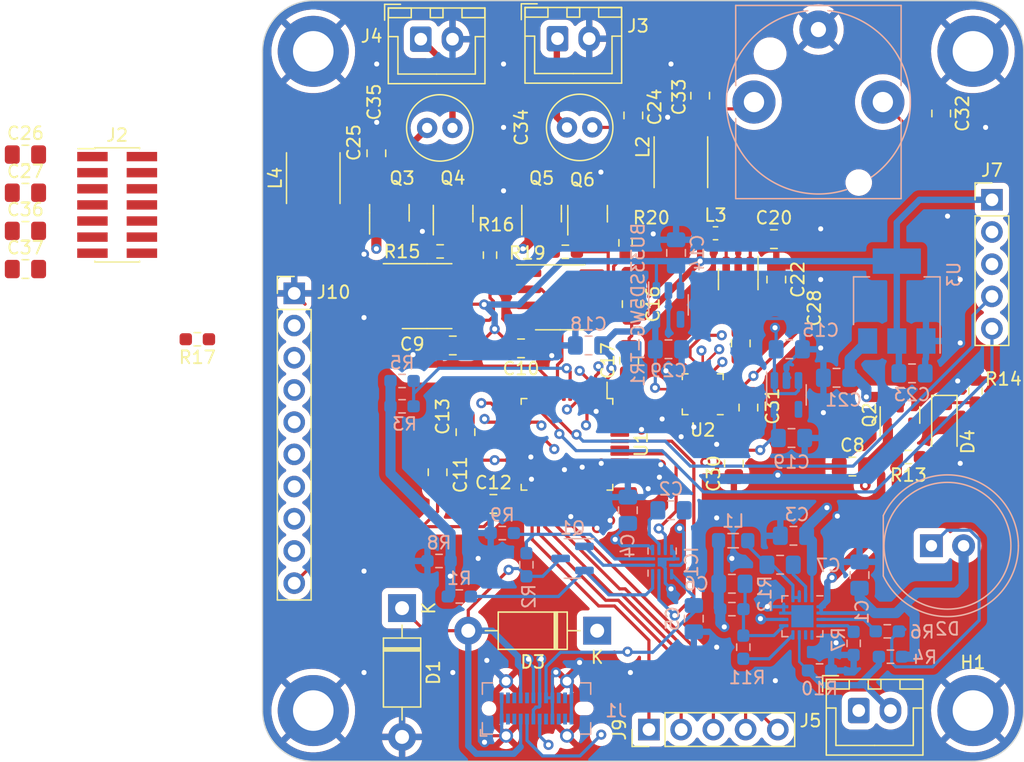
<source format=kicad_pcb>
(kicad_pcb (version 20221018) (generator pcbnew)
  (layers (0 "F.Cu" signal) (1 "In1.Cu" signal) (2 "In2.Cu" signal) (31 "B.Cu" signal) (34 "B.Paste" user) (35 "F.Paste" user) (36 "B.SilkS" user "B.Silkscreen") (37 "F.SilkS" user "F.Silkscreen") (38 "B.Mask" user) (39 "F.Mask" user) (44 "Edge.Cuts" user))
  (net 0 "")
  (net 1 "Net-(BQ25306RTET1-STAT)")
  (net 2 "Net-(BQ25306RTET1-ICHG)")
  (net 5 "V_BAT-")
  (net 6 "Net-(BQ25306RTET1-FB_GND)")
  (net 7 "Net-(BQ25306RTET1-FB)")
  (net 8 "V_BAT+")
  (net 9 "Net-(BQ25306RTET1-SW-Pad13)")
  (net 10 "Net-(BQ25306RTET1-BTST)")
  (net 11 "V_SYS")
  (net 14 "1.8V")
  (net 15 "5V")
  (net 17 "3.3VDC")
  (net 18 "Net-(BU33SD5WG-TR2-VIN)")
  (net 20 "3.3VAC")
  (net 21 "Net-(IC1-IN_GD)")
  (net 22 "UCPD_CC1")
  (net 23 "Net-(D2-K)")
  (net 24 "Net-(D4-K)")
  (net 25 "Net-(D4-A)")
  (net 26 "Net-(IC1-GATE)")
  (net 27 "Net-(IC1-SOURCE)")
  (net 28 "Net-(D1-K)")
  (net 29 "Net-(Q3-G)")
  (net 30 "Net-(IC1-VBUS_CTRL)")
  (net 31 "Net-(Q4-G)")
  (net 32 "LINEOUT_R")
  (net 33 "LINEOUT_L")
  (net 34 "A Encodeur 1")
  (net 35 "B Encodeur 1")
  (net 36 "A Encodeur 2")
  (net 37 "B Encodeur 2")
  (net 38 "V_sense")
  (net 39 "REGN")
  (net 40 "OUT_L")
  (net 41 "OUT_R")
  (net 42 "band1")
  (net 43 "SYS_MCLK")
  (net 44 "LIGHT")
  (net 46 "TIM3_CH1")
  (net 47 "TIM3_CH2")
  (net 48 "TIM3_CH3")
  (net 49 "TIM3_CH4")
  (net 51 "EQ_BAND_BTN")
  (net 52 "band3")
  (net 53 "Potar_volume")
  (net 54 "band2")
  (net 55 "I2S_SCLK")
  (net 56 "I2S_LRCLK")
  (net 57 "I2S_DIN")
  (net 58 "USB_DM")
  (net 59 "USB_DP")
  (net 60 "I2S_DOUT")
  (net 61 "CTRL_DATA")
  (net 62 "Net-(C2-Pad1)")
  (net 63 "UCPD1_CC1")
  (net 64 "UCPD_CC2")
  (net 65 "CTRL_CLK")
  (net 69 "Net-(U2-VAG)")
  (net 70 "NRST")
  (net 71 "Net-(C24-Pad1)")
  (net 72 "Net-(C25-Pad1)")
  (net 76 "GND")
  (net 78 "Net-(J3-Pin_1)")
  (net 79 "Net-(J4-Pin_1)")
  (net 80 "LINEIN_R")
  (net 81 "LINEIN_L")
  (net 82 "V_AMPLIFIER_L")
  (net 83 "Net-(Q5-G)")
  (net 84 "Net-(Q6-G)")
  (net 85 "V_HO_R")
  (net 86 "V_LO_R")
  (net 87 "V_HO_L")
  (net 88 "V_LO_L")
  (net 91 "band0")
  (net 92 "V_AMPLIFIER_R")
  (net 93 "VBUS")
  (net 95 "SWDIO")
  (net 106 "SWCLK")
  (net 107 "SWO")
  (net 112 "Net-(U1-PB8)")
  (footprint "Resistor_SMD:R_0603_1608Metric_Pad0.98x0.95mm_HandSolder" (layer "F.Cu") (at 118.863 91.711 180)
    (fp_text reference "R17")
    (fp_text value "510")
  )
  (footprint "Capacitor_SMD:C_0805_2012Metric_Pad1.18x1.45mm_HandSolder" (layer "F.Cu") (at 132.975 77.04 90)
    (fp_text reference "C25")
    (fp_text value "10u" hide)
  )
  (footprint "Package_TO_SOT_SMD:SOT-23" (layer "F.Cu") (at 174.25 97.6875 90)
    (fp_text reference "Q2")
    (fp_text value "SI2303CDS-T1-GE3" hide)
  )
  (footprint "Inductor_SMD:L_Vishay_IFSC-1515AH_4x4x1.8mm" (layer "F.Cu") (at 128 79 90)
    (fp_text reference "L4")
    (fp_text value "6u3")
  )
  (footprint "Package_SO:SOIC-8_3.9x4.9mm_P1.27mm" (layer "F.Cu") (at 147.475 88.405)
    (fp_text reference "UCC27325DR2" hide)
    (fp_text value "~")
  )
  (footprint "Capacitor_SMD:C_0805_2012Metric_Pad1.18x1.45mm_HandSolder" (layer "F.Cu") (at 164.314 83.813)
    (fp_text reference "C20")
    (fp_text value "1u")
  )
  (footprint "Package_TO_SOT_SMD:SOT-23" (layer "F.Cu") (at 139.025 81.8 90)
    (fp_text reference "Q4")
    (fp_text value "SI2303CDS-T1-GE3" hide)
  )
  (footprint "Resistor_SMD:R_0603_1608Metric_Pad0.98x0.95mm_HandSolder" (layer "F.Cu") (at 138 84.78 180)
    (fp_text reference "R15")
    (fp_text value "10" hide)
  )
  (footprint "Capacitor_SMD:C_0805_2012Metric_Pad1.18x1.45mm_HandSolder" (layer "F.Cu") (at 158.5 72.5 90)
    (fp_text reference "C33")
    (fp_text value "10u" hide)
  )
  (footprint "Capacitor_SMD:C_0805_2012Metric_Pad1.18x1.45mm_HandSolder" (layer "F.Cu") (at 140 99.0375 90)
    (fp_text reference "C13")
    (fp_text value "100n")
  )
  (footprint "Connector_JST:JST_XH_B2B-XH-A_1x02_P2.50mm_Vertical" (layer "F.Cu") (at 136.475 68.04)
    (fp_text reference "J4")
    (fp_text value "Conn_01x02" hide)
  )
  (footprint "Package_TO_SOT_SMD:SOT-23" (layer "F.Cu") (at 146 81.8 90)
    (fp_text reference "Q5")
    (fp_text value "SI2304DDS-T1-GE3")
  )
  (footprint "Capacitor_SMD:C_0805_2012Metric_Pad1.18x1.45mm_HandSolder" (layer "F.Cu") (at 153.1 88.9375 -90)
    (fp_text reference "C16")
    (fp_text value "0.1u")
  )
  (footprint "Connector_PinHeader_2.54mm:PinHeader_1x05_P2.54mm_Vertical" (layer "F.Cu") (at 181.5 80.71)
    (fp_text reference "J7")
    (fp_text value "Conn_01x05" hide)
  )
  (footprint "Capacitor_THT:C_Radial_D5.0mm_H11.0mm_P2.00mm" (layer "F.Cu") (at 150 75 180)
    (fp_text reference "C34")
    (fp_text value "100u")
  )
  (footprint "Connector_JST:JST_XH_B2B-XH-A_1x02_P2.50mm_Vertical" (layer "F.Cu") (at 171 121)
    (fp_text reference "J5")
    (fp_text value "Conn_01x02" hide)
  )
  (footprint "Package_QFP:LQFP-48_7x7mm_P0.5mm" (layer "F.Cu") (at 148 100 -90)
    (fp_text reference "U1")
    (fp_text value "STM32G491CETx (x=6)" hide)
  )
  (footprint "Package_DFN_QFN:QFN-20-1EP_3x3mm_P0.4mm_EP1.65x1.65mm" (layer "F.Cu") (at 158.7 96.05 180)
    (fp_text reference "U2")
    (fp_text value "SGTL5000XNLA3")
  )
  (footprint "Diode_THT:D_DO-41_SOD81_P10.16mm_Horizontal" (layer "F.Cu") (at 135 112.92 -90)
    (fp_text reference "D1")
    (fp_text value "1N5817")
  )
  (footprint "MountingHole:MountingHole_3.2mm_M3_DIN965_Pad" (layer "F.Cu") (at 128 69)
    (fp_text reference "H4" hide)
    (fp_text value "MountingHole_Pad" hide)
  )
  (footprint "Package_SO:SOIC-8_3.9x4.9mm_P1.27mm" (layer "F.Cu") (at 136.975 88.31)
    (fp_text reference "UCC27325DR1" hide)
    (fp_text value "~" hide)
  )
  (footprint "Capacitor_SMD:C_0805_2012Metric_Pad1.18x1.45mm_HandSolder" (layer "F.Cu") (at 139 92.2)
    (fp_text reference "C9")
    (fp_text value "0.1u" hide)
  )
  (footprint "Capacitor_THT:C_Radial_D5.0mm_H11.0mm_P2.00mm" (layer "F.Cu") (at 136.975 75.04)
    (fp_text reference "C35")
    (fp_text value "100u")
  )
  (footprint "Capacitor_SMD:C_0805_2012Metric_Pad1.18x1.45mm_HandSolder" (layer "F.Cu") (at 162.3 97.1 -90)
    (fp_text reference "C31")
    (fp_text value "100n")
  )
  (footprint "Inductor_SMD:L_Vishay_IFSC-1515AH_4x4x1.8mm" (layer "F.Cu") (at 156.98 77.744 90)
    (fp_text reference "L2")
    (fp_text value "6u3")
  )
  (footprint "Resistor_SMD:R_0603_1608Metric_Pad0.98x0.95mm_HandSolder" (layer "F.Cu") (at 147.871 84.811 180)
    (fp_text reference "R19")
    (fp_text value "10")
  )
  (footprint "Capacitor_SMD:C_0805_2012Metric_Pad1.18x1.45mm_HandSolder" (layer "F.Cu") (at 161.7 92.0375 -90)
    (fp_text reference "C28")
    (fp_text value "100n")
  )
  (footprint "MountingHole:MountingHole_3.2mm_M3_DIN965_Pad" (layer "F.Cu") (at 128 121)
    (fp_text reference "H2" hide)
    (fp_text value "MountingHole_Pad" hide)
  )
  (footprint "Capacitor_SMD:C_0805_2012Metric_Pad1.18x1.45mm_HandSolder" (layer "F.Cu") (at 144.379 92.428 180)
    (fp_text reference "C10")
    (fp_text value "1.0u" hide)
  )
  (footprint "Resistor_SMD:R_0603_1608Metric_Pad0.98x0.95mm_HandSolder" (layer "F.Cu") (at 180.2 95.8 -90)
    (fp_text reference "R14")
    (fp_text value "10k" hide)
  )
  (footprint "Capacitor_SMD:C_0805_2012Metric_Pad1.18x1.45mm_HandSolder" (layer "F.Cu") (at 161.156 101.504 -90)
    (fp_text reference "C30")
    (fp_text value "100n" hide)
  )
  (footprint "Connector_PinHeader_2.54mm:PinHeader_1x10_P2.54mm_Vertical" (layer "F.Cu") (at 126.5 88.09)
    (fp_text reference "J10")
    (fp_text value "Conn_01x10" hide)
  )
  (footprint "Inductor_SMD:L_0603_1608Metric_Pad1.05x0.95mm_HandSolder" (layer "F.Cu") (at 159.711 83.352)
    (fp_text reference "L3")
    (fp_text value "39n")
  )
  (footprint "Connector_JST:JST_XH_B2B-XH-A_1x02_P2.50mm_Vertical" (layer "F.Cu") (at 147.25 68)
    (fp_text reference "J3")
    (fp_text value "Conn_01x02" hide)
  )
  (footprint "MountingHole:MountingHole_3.2mm_M3_DIN965_Pad" (layer "F.Cu") (at 180 121)
    (fp_text reference "H1")
    (fp_text value "MountingHole_Pad" hide)
  )
  (footprint "Resistor_SMD:R_0603_1608Metric_Pad0.98x0.95mm_HandSolder" (layer "F.Cu") (at 141.933 85.074 90)
    (fp_text reference "R16")
    (fp_text value "10" hide)
  )
  (footprint "Capacitor_SMD:C_0805_2012Metric_Pad1.18x1.45mm_HandSolder" (layer "F.Cu") (at 105.3115 83.163)
    (fp_text reference "C36")
    (fp_text value "100n")
  )
  (footprint "Connector_PinHeader_1.27mm:PinHeader_2x07_P1.27mm_Vertical_SMD" (layer "F.Cu") (at 112.5415 81.113)
    (fp_text reference "J2")
    (fp_text value "Conn_ST_STDC14")
  )
  (footprint "Capacitor_SMD:C_0805_2012Metric_Pad1.18x1.45mm_HandSolder" (layer "F.Cu") (at 105.3115 86.173)
    (fp_text reference "C37")
    (fp_text value "100n")
  )
  (footprint "Resistor_SMD:R_0603_1608Metric_Pad0.98x0.95mm_HandSolder" (layer "F.Cu") (at 152.617 84.106 90)
    (fp_text reference "R20")
    (fp_text value "10" hide)
  )
  (footprint "Capacitor_SMD:C_0805_2012Metric_Pad1.18x1.45mm_HandSolder" (layer "F.Cu") (at 105.3115 80.153)
    (fp_text reference "C27")
    (fp_text value "100n")
  )
  (footprint "Capacitor_SMD:C_0805_2012Metric_Pad1.18x1.45mm_HandSolder" (layer "F.Cu") (at 153.229 74.054 90)
    (fp_text reference "C24")
    (fp_text value "10u" hide)
  )
  (footprint "Capacitor_SMD:C_0805_2012Metric_Pad1.18x1.45mm_HandSolder" (layer "F.Cu") (at 170.5 101.75)
    (fp_text reference "C8")
    (fp_text value "10u" hide)
  )
  (footprint "Package_TO_SOT_SMD:SOT-23" (layer "F.Cu") (at 134 81.7375 90)
    (fp_text reference "Q3")
    (fp_text value "SI2304DDS-T1-GE3" hide)
  )
  (footprint "Resistor_SMD:R_0603_1608Metric_Pad0.98x0.95mm_HandSolder" (layer "F.Cu") (at 174.9125 101 180)
    (fp_text reference "R13")
    (fp_text value "1k" hide)
  )
  (footprint "Package_TO_SOT_SMD:SOT-23-5" (layer "F.Cu") (at 161.5 87 -90)
    (fp_text reference "BU33SD5WG-TR2" hide)
    (fp_text value "LM1117DT-3.3")
  )
  (footprint "Diode_THT:D_DO-41_SOD81_P10.16mm_Horizontal" (layer "F.Cu") (at 150.38 114.7 180)
    (fp_text reference "D3")
    (fp_text value "1N5817")
  )
  (footprint "Capacitor_SMD:C_0805_2012Metric_Pad1.18x1.45mm_HandSolder" (layer "F.Cu") (at 177.5 73.9 -90)
    (fp_text reference "C32")
    (fp_text value "10u")
  )
  (footprint "Capacitor_SMD:C_0805_2012Metric_Pad1.18x1.45mm_HandSolder" (layer "F.Cu") (at 137.8 102.2 -90)
    (fp_text reference "C11")
    (fp_text value "100n")
  )
  (footprint "Capacitor_SMD:C_0805_2012Metric_Pad1.18x1.45mm_HandSolder" (layer "F.Cu") (at 105.3115 77.143)
    (fp_text reference "C26")
    (fp_text value "100n")
  )
  (footprint "Package_TO_SOT_SMD:SOT-23" (layer "F.Cu") (at 149.625 81.8065 90)
    (fp_text reference "Q6")
    (fp_text value "SI2303CDS-T1-GE3" hide)
  )
  (footprint "Capacitor_SMD:C_0805_2012Metric_Pad1.18x1.45mm_HandSolder" (layer "F.Cu") (at 152.9 93.4 90)
    (fp_text reference "C17")
    (fp_text value "1.0u")
  )
  (footprint "Capacitor_SMD:C_0805_2012Metric_Pad1.18x1.45mm_HandSolder" (layer "F.Cu") (at 142.2 104.7)
    (fp_text reference "C12")
    (fp_text value "4u7")
  )
  (footprint "Capacitor_SMD:C_0805_2012Metric_Pad1.18x1.45mm_HandSolder" (layer "F.Cu") (at 164.5 87 90)
    (fp_text reference "C22")
    (fp_text value "1u" hide)
  )
  (footprint "Diode_SMD:D_SOD-123" (layer "F.Cu") (at 177.75 98.5 -90)
    (fp_text reference "D4")
    (fp_text value "1N4148W" hide)
  )
  (footprint "Connector_PinHeader_2.54mm:PinHeader_1x05_P2.54mm_Vertical" (layer "F.Cu") (at 154.46 122.5 90)
    (fp_text reference "J9")
    (fp_text value "Conn_01x05" hide)
  )
  (footprint "MountingHole:MountingHole_3.2mm_M3_DIN965_Pad" (layer "F.Cu") (at 180 69)
    (fp_text reference "H3" hide)
    (fp_text value "MountingHole_Pad" hide)
  )
  (footprint "Package_TO_SOT_SMD:SOT-23-5" (layer "B.Cu") (at 156 89 -90)
    (fp_text reference "BU33SD5WG-TR1")
    (fp_text value "LM1117DT-3.3")
  )
  (footprint "Connector_USB:USB_C_Receptacle_GCT_USB4115-03-C" (layer "B.Cu") (at 145.6 120.835)
    (fp_text reference "J1")
    (fp_text value "USB_C_Receptacle")
  )
  (footprint "Capacitor_SMD:C_0805_2012Metric_Pad1.18x1.45mm_HandSolder" (layer "B.Cu") (at 165.855 107.214 180)
    (fp_text reference "C3")
    (fp_text value "10u" hide)
  )
  (footprint "LED_THT:LED_D10.0mm" (layer "B.Cu") (at 176.725 108)
    (fp_text reference "D2")
    (fp_text value "LED_Small" hide)
  )
  (footprint "Capacitor_SMD:C_0805_2012Metric_Pad1.18x1.45mm_HandSolder" (layer "B.Cu") (at 149.7 92.2 180)
    (fp_text reference "C18")
    (fp_text value "1u")
  )
  (footprint "Capacitor_SMD:C_0805_2012Metric_Pad1.18x1.45mm_HandSolder" (layer "B.Cu") (at 165.7 99.5)
    (fp_text reference "C19")
    (fp_text value "1u" hide)
  )
  (footprint "Package_DFN_QFN:LQFN-12-1EP_2x2mm_P0.5mm_EP0.7x0.7mm" (layer "B.Cu") (at 155.5 109.2875 90)
    (fp_text reference "IC1")
    (fp_text value "TCPP01-M12")
  )
  (footprint "Resistor_SMD:R_0603_1608Metric_Pad0.98x0.95mm_HandSolder" (layer "B.Cu") (at 135 97 180)
    (fp_text reference "R3")
    (fp_text value "~" hide)
  )
  (footprint "Package_TO_SOT_SMD:SOT-23" (layer "B.Cu") (at 148.4375 109 180)
    (fp_text reference "Q1")
    (fp_text value "SI2304DDS-T1-GE3")
  )
  (footprint "Resistor_SMD:R_0603_1608Metric_Pad0.98x0.95mm_HandSolder" (layer "B.Cu") (at 170.6 115.7 -90)
    (fp_text reference "R7")
    (fp_text value "23.2k" hide)
  )
  (footprint "Capacitor_SMD:C_0805_2012Metric_Pad1.18x1.45mm_HandSolder" (layer "B.Cu") (at 175.2 94.4)
    (fp_text reference "C23")
    (fp_text value "22uF")
  )
  (footprint "Package_DFN_QFN:WQFN-16-1EP_3x3mm_P0.5mm_EP1.75x1.75mm" (layer "B.Cu") (at 166.56 113.56 180)
    (fp_text reference "BQ25306RTET1" hide)
    (fp_text value "~" hide)
  )
  (footprint "Capacitor_SMD:C_0805_2012Metric_Pad1.18x1.45mm_HandSolder" (layer "B.Cu") (at 171.062 110.311 -90)
    (fp_text reference "C1")
    (fp_text value "2.2u" hide)
  )
  (footprint "Resistor_SMD:R_0603_1608Metric_Pad0.98x0.95mm_HandSolder" (layer "B.Cu") (at 173.25 114.75)
    (fp_text reference "R6")
    (fp_text value "1k" hide)
  )
  (footprint "Capacitor_SMD:C_0805_2012Metric_Pad1.18x1.45mm_HandSolder" (layer "B.Cu") (at 169.25 94.75 180)
    (fp_text reference "C21")
    (fp_text value "10uF" hide)
  )
  (footprint "Capacitor_SMD:C_0805_2012Metric_Pad1.18x1.45mm_HandSolder" (layer "B.Cu") (at 156.2 105.2 180)
    (fp_text reference "C2")
    (fp_text value "10u")
  )
  (footprint "Resistor_SMD:R_0603_1608Metric_Pad0.98x0.95mm_HandSolder" (layer "B.Cu") (at 139.5125 112 180)
    (fp_text reference "R1")
    (fp_text value "~")
  )
  (footprint "Capacitor_SMD:C_0805_2012Metric_Pad1.18x1.45mm_HandSolder" (layer "B.Cu") (at 158 113.75 -90)
    (fp_text reference "C5")
    (fp_text value "10u" hide)
  )
  (footprint "Capacitor_SMD:C_0805_2012Metric_Pad1.18x1.45mm_HandSolder" (layer "B.Cu") (at 165.524092 92.5)
    (fp_text reference "C15")
    (fp_text value "1u" hide)
  )
  (footprint "Resistor_SMD:R_0603_1608Metric_Pad0.98x0.95mm_HandSolder" (layer "B.Cu") (at 161.9 116 90)
    (fp_text reference "R11")
    (fp_text value "200k" hide)
  )
  (footprint "Resistor_SMD:R_0603_1608Metric_Pad0.98x0.95mm_HandSolder" (layer "B.Cu") (at 161 113)
    (fp_text reference "R12")
    (fp_text value "1M1")
  )
  (footprint "Resistor_SMD:R_0603_1608Metric_Pad0.98x0.95mm_HandSolder" (layer "B.Cu") (at 137.9125 109.2 180)
    (fp_text reference "R8")
    (fp_text value "~")
  )
  (footprint "Resistor_SMD:R_0603_1608Metric_Pad0.98x0.95mm_HandSolder" (layer "B.Cu") (at 144.8 109.5 90)
    (fp_text reference "R2")
    (fp_text value "~" hide)
  )
  (footprint "Capacitor_SMD:C_0805_2012Metric_Pad1.18x1.45mm_HandSolder" (layer "B.Cu") (at 156.6 84.9 90)
    (fp_text reference "C14")
    (fp_text value "1u")
  )
  (footprint "Package_TO_SOT_SMD:SOT-223-3_TabPin2" (layer "B.Cu") (at 174 88.7 90)
    (fp_text reference "U3")
    (fp_text value "AZ1117-5.0")
  )
  (footprint "Capacitor_SMD:C_0805_2012Metric_Pad1.18x1.45mm_HandSolder" (layer "B.Cu") (at 156 92.5)
    (fp_text reference "C29")
    (fp_text value "100n")
  )
  (footprint "Capacitor_SMD:C_0805_2012Metric_Pad1.18x1.45mm_HandSolder" (layer "B.Cu") (at 164.8 109.5 180)
    (fp_text reference "C7")
    (fp_text value "47nF" hide)
  )
  (footprint "Capacitor_SMD:C_0805_2012Metric_Pad1.18x1.45mm_HandSolder" (layer "B.Cu") (at 152.8 105.2 90)
    (fp_text reference "C4")
    (fp_text value "10u")
  )
  (footprint "Connector_Audio:Jack_6.35mm_Neutrik_NJ3FD-V_Vertical" (layer "B.Cu") (at 167.82 67.28 180)
    (fp_text reference "J8" hide)
    (fp_text value "AudioJack3" hide)
  )
  (footprint "Package_TO_SOT_SMD:SOT-23-5" (layer "B.Cu") (at 165.3 96.1 -90)
    (fp_text reference "BU18SD5WG-TR1" hide)
    (fp_text value "LM1117DT-3.3" hide)
  )
  (footprint "Resistor_SMD:R_0603_1608Metric_Pad0.98x0.95mm_HandSolder" (layer "B.Cu") (at 167.91 117.839)
    (fp_text reference "R10")
    (fp_text value "23.2k" hide)
  )
  (footprint "Resistor_SMD:R_0603_1608Metric_Pad0.98x0.95mm_HandSolder" (layer "B.Cu") (at 135 95 180)
    (fp_text reference "R5")
    (fp_text value "~")
  )
  (footprint "Capacitor_SMD:C_0805_2012Metric_Pad1.18x1.45mm_HandSolder" (layer "B.Cu") (at 161 111)
    (fp_text reference "C6")
    (fp_text value "470u" hide)
  )
  (footprint "Resistor_SMD:R_0603_1608Metric_Pad0.98x0.95mm_HandSolder" (layer "B.Cu") (at 142.9 107 180)
    (fp_text reference "R9")
    (fp_text value "~" hide)
  )
  (footprint "Inductor_SMD:L_0805_2012Metric_Pad1.05x1.20mm_HandSolder" (layer "B.Cu") (at 161.1 107.6 180)
    (fp_text reference "L1")
    (fp_text value "2.2u" hide)
  )
  (footprint "Resistor_SMD:R_0603_1608Metric_Pad0.98x0.95mm_HandSolder" (layer "B.Cu") (at 173.5 116.75 180)
    (fp_text reference "R4")
    (fp_text value "4.5k")
  )
  (gr_arc (start 184 121) (mid 182.828427 123.828427) (end 180 125) (stroke (width 0.1)) (layer "Edge.Cuts"))
  (gr_line (start 180 125) (end 128 125) (stroke (width 0.1)) (layer "Edge.Cuts"))
  (gr_line (start 124 121) (end 124 69) (stroke (width 0.1)) (layer "Edge.Cuts"))
  (gr_arc (start 124 69) (mid 125.171573 66.171573) (end 128 65) (stroke (width 0.1)) (layer "Edge.Cuts"))
  (gr_arc (start 180 65) (mid 182.828427 66.171573) (end 184 69) (stroke (width 0.1)) (layer "Edge.Cuts"))
  (gr_line (start 128 65) (end 180 65) (stroke (width 0.1)) (layer "Edge.Cuts"))
  (gr_arc (start 128 125) (mid 125.171573 123.828427) (end 124 121) (stroke (width 0.1)) (layer "Edge.Cuts"))
  (gr_line (start 184 69) (end 184 121) (stroke (width 0.1)) (layer "Edge.Cuts"))
  (segment (start 172.3375 114.75) (end 171.3975 113.81) (width 0.25) (layer "B.Cu") (net 1))
  (segment (start 171.3975 113.81) (end 168.035 113.81) (width 0.25) (layer "B.Cu") (net 1))
  (segment (start 170.1225 114.31) (end 170.6 114.7875) (width 0.25) (layer "B.Cu") (net 2))
  (segment (start 168.035 114.31) (end 170.1225 114.31) (width 0.25) (layer "B.Cu") (net 2))
  (segment (start 173.5 121) (end 171.5 119) (width 0.5) (layer "B.Cu") (net 5))
  (segment (start 171 119) (end 168.1585 119) (width 0.5) (layer "B.Cu") (net 5))
  (segment (start 166.31 115.035) (end 166.31 117.1515) (width 0.2) (layer "B.Cu") (net 5))
  (segment (start 168.1585 119) (end 166.9975 117.839) (width 0.5) (layer "B.Cu") (net 5))
  (segment (start 166.31 117.1515) (end 166.9975 117.839) (width 0.2) (layer "B.Cu") (net 5))
  (segment (start 171.5 119) (end 171 119) (width 0.5) (layer "B.Cu") (net 5))
  (segment (start 172.5875 117.4125) (end 171 119) (width 0.5) (layer "B.Cu") (net 5))
  (segment (start 172.5875 116.75) (end 172.5875 117.4125) (width 0.5) (layer "B.Cu") (net 5))
  (segment (start 163.9325 116.9125) (end 165.81 115.035) (width 0.25) (layer "B.Cu") (net 6))
  (segment (start 161.9 116.9125) (end 163.9325 116.9125) (width 0.25) (layer "B.Cu") (net 6))
  (segment (start 164.3075 115.0875) (end 165.085 114.31) (width 0.25) (layer "B.Cu") (net 7))
  (segment (start 161.9125 115.075) (end 161.9 115.0875) (width 0.25) (layer "B.Cu") (net 7))
  (segment (start 161.9125 113) (end 161.9125 115.075) (width 0.25) (layer "B.Cu") (net 7))
  (segment (start 162.0375 111) (end 162.0375 112.875) (width 0.25) (layer "B.Cu") (net 7))
  (segment (start 161.9 115.0875) (end 164.3075 115.0875) (width 0.25) (layer "B.Cu") (net 7))
  (segment (start 162.0375 112.875) (end 161.9125 113) (width 0.25) (layer "B.Cu") (net 7))
  (segment (start 171.5375 103.2125) (end 171.5 103.25) (width 0.8) (layer "F.Cu") (net 8))
  (segment (start 173.3 99.9875) (end 171.5375 101.75) (width 0.8) (layer "F.Cu") (net 8))
  (segment (start 173.3 98.625) (end 173.3 99.9875) (width 0.8) (layer "F.Cu") (net 8))
  (segment (start 171.5375 101.75) (end 171.5375 103.2125) (width 0.8) (layer "F.Cu") (net 8))
  (via micro (at 171.5 103.25) (size 0.8) (drill 0.4) (layers "F.Cu" "In2.Cu") (net 8))
  (via micro (at 163.25 113.75) (size 0.8) (drill 0.4) (layers "In2.Cu" "B.Cu") (net 8))
  (via micro (at 160.4 114.4) (size 0.8) (drill 0.4) (layers "In2.Cu" "B.Cu") (net 8))
  (segment (start 160.0875 114.0875) (end 160.0875 113) (width 0.8) (layer "B.Cu") (net 8))
  (segment (start 159.9625 111) (end 159.9625 112.875) (width 0.8) (layer "B.Cu") (net 8))
  (segment (start 160.4 114.4) (end 160.0875 114.0875) (width 0.8) (layer "B.Cu") (net 8))
  (segment (start 163.31 113.81) (end 165.085 113.81) (width 0.25) (layer "B.Cu") (net 8))
  (segment (start 159.95 107.6) (end 159.95 110.9875) (width 0.8) (layer "B.Cu") (net 8))
  (segment (start 163.25 113.75) (end 163.31 113.81) (width 0.8) (layer "B.Cu") (net 8))
  (segment (start 159.9625 112.875) (end 160.0875 113) (width 0.8) (layer "B.Cu") (net 8))
  (segment (start 159.95 110.9875) (end 159.9625 111) (width 0.8) (layer "B.Cu") (net 8))
  (segment (start 162.25 107.9875) (end 163.7625 109.5) (width 0.25) (layer "B.Cu") (net 9))
  (segment (start 165.81 111.643) (end 165.81 111.1225) (width 0.25) (layer "B.Cu") (net 9))
  (segment (start 165.81 111.1225) (end 164.1875 109.5) (width 0.25) (layer "B.Cu") (net 9))
  (segment (start 164.1875 109.5) (end 163.7625 109.5) (width 0.25) (layer "B.Cu") (net 9))
  (segment (start 162.25 107.6) (end 162.25 107.9875) (width 0.25) (layer "B.Cu") (net 9))
  (segment (start 166.31 112.085) (end 165.81 112.085) (width 0.25) (layer "B.Cu") (net 9))
  (segment (start 166.31 112.085) (end 166.31 111.6225) (width 0.25) (layer "B.Cu") (net 9))
  (segment (start 165.81 112.085) (end 165.81 111.643) (width 0.25) (layer "B.Cu") (net 9))
  (segment (start 165.8375 110.2555) (end 165.8375 109.5) (width 0.25) (layer "B.Cu") (net 10))
  (segment (start 166.81 112.085) (end 166.81 111.228) (width 0.25) (layer "B.Cu") (net 10))
  (segment (start 166.81 111.228) (end 165.8375 110.2555) (width 0.25) (layer "B.Cu") (net 10))
  (segment (start 173.7625 96.2625) (end 171.6 96.2625) (width 0.8) (layer "F.Cu") (net 11))
  (segment (start 132.975 82.75) (end 132.975 84.575) (width 0.8) (layer "F.Cu") (net 11))
  (segment (start 174.25 96.75) (end 173.7625 96.2625) (width 0.8) (layer "F.Cu") (net 11))
  (segment (start 133.05 82.675) (end 132.975 82.75) (width 0.8) (layer "F.Cu") (net 11))
  (segment (start 145.05 84.05) (end 144.525 84.575) (width 0.8) (layer "F.Cu") (net 11))
  (segment (start 145.05 82.7375) (end 145.05 84.05) (width 0.8) (layer "F.Cu") (net 11))
  (via (at 144.525 84.575) (size 0.8) (drill 0.4) (layers "F.Cu" "B.Cu") (net 11))
  (via (at 132.975 84.575) (size 0.8) (drill 0.4) (layers "F.Cu" "B.Cu") (net 11))
  (via (at 171.6 96.2625) (size 0.8) (drill 0.4) (layers "F.Cu" "B.Cu") (net 11))
  (via micro (at 168.489 104.997) (size 0.8) (drill 0.4) (layers "In2.Cu" "B.Cu") (net 11))
  (segment (start 166.8925 107.214) (end 167.31 107.6315) (width 0.8) (layer "B.Cu") (net 11))
  (segment (start 170.2875 94.75) (end 170.2875 93.2625) (width 0.8) (layer "B.Cu") (net 11))
  (segment (start 167.31 107.6315) (end 167.31 110) (width 0.8) (layer "B.Cu") (net 11))
  (segment (start 168.489 104.997) (end 166.8925 106.5935) (width 0.8) (layer "B.Cu") (net 11))
  (segment (start 170.75 94.75) (end 171.6 95.6) (width 0.8) (layer "B.Cu") (net 11))
  (segment (start 170.2875 94.75) (end 170.75 94.75) (width 0.8) (layer "B.Cu") (net 11))
  (segment (start 167.31 112.085) (end 167.31 110) (width 0.25) (layer "B.Cu") (net 11))
  (segment (start 171.6 95.6) (end 171.6 96.2625) (width 0.8) (layer "B.Cu") (net 11))
  (segment (start 166.8925 106.5935) (end 166.8925 107.214) (width 0.8) (layer "B.Cu") (net 11))
  (segment (start 170.2875 93.2625) (end 171.7 91.85) (width 0.8) (layer "B.Cu") (net 11))
  (segment (start 161.156 100.4665) (end 161.156 99.131) (width 0.25) (layer "F.Cu") (net 14))
  (segment (start 161.156 100.4665) (end 163.2205 100.4665) (width 0.25) (layer "F.Cu") (net 14))
  (segment (start 163.2205 100.4665) (end 163.231 100.456) (width 0.25) (layer "F.Cu") (net 14))
  (segment (start 161.6375 99.9625) (end 161.4 99.9625) (width 0.25) (layer "F.Cu") (net 14))
  (segment (start 161.156 99.131) (end 159.525 97.5) (width 0.25) (layer "F.Cu") (net 14))
  (via (at 163.231 100.456) (size 0.8) (drill 0.4) (layers "F.Cu" "B.Cu") (net 14))
  (segment (start 164.35 97.2375) (end 164.35 99.1875) (width 0.25) (layer "B.Cu") (net 14))
  (segment (start 163.231 100.456) (end 164.187 99.5) (width 0.25) (layer "B.Cu") (net 14))
  (segment (start 164.35 99.1875) (end 164.6625 99.5) (width 0.25) (layer "B.Cu") (net 14))
  (segment (start 164.187 99.5) (end 164.6625 99.5) (width 0.25) (layer "B.Cu") (net 14))
  (segment (start 154.075 89.975) (end 153.1 89.975) (width 0.5) (layer "F.Cu") (net 15))
  (segment (start 158.5 83.688) (end 158.588 83.6) (width 0.5) (layer "F.Cu") (net 15))
  (segment (start 153.1 91.4375) (end 152.9 91.6375) (width 0.25) (layer "F.Cu") (net 15))
  (segment (start 143.3415 92.428) (end 143.3415 91.9415) (width 0.25) (layer "F.Cu") (net 15))
  (segment (start 141.445 88.945) (end 139.45 88.945) (width 0.25) (layer "F.Cu") (net 15))
  (segment (start 149.95 89.04) (end 152.165 89.04) (width 0.25) (layer "F.Cu") (net 15))
  (segment (start 158.5 85.55) (end 154.075 89.975) (width 0.5) (layer "F.Cu") (net 15))
  (segment (start 152.9 91.6375) (end 152.9 92.3625) (width 0.25) (layer "F.Cu") (net 15))
  (segment (start 158.5 85.55) (end 158.5 83.688) (width 0.5) (layer "F.Cu") (net 15))
  (segment (start 158.588 83.6) (end 158.725 83.6) (width 0.5) (layer "F.Cu") (net 15))
  (segment (start 141.4695 88.9695) (end 141.445 88.945) (width 0.25) (layer "F.Cu") (net 15))
  (segment (start 153.1 89.975) (end 153.1 91.4375) (width 0.25) (layer "F.Cu") (net 15))
  (segment (start 141 92.2) (end 142.3 90.9) (width 0.25) (layer "F.Cu") (net 15))
  (segment (start 143.3415 91.9415) (end 142.3 90.9) (width 0.25) (layer "F.Cu") (net 15))
  (segment (start 140.0375 92.2) (end 141 92.2) (width 0.25) (layer "F.Cu") (net 15))
  (segment (start 152.165 89.04) (end 153.1 89.975) (width 0.25) (layer "F.Cu") (net 15))
  (via (at 142.3 90.9) (size 0.8) (drill 0.4) (layers "F.Cu" "B.Cu") (net 15))
  (via (at 141.4695 88.9695) (size 0.8) (drill 0.4) (layers "F.Cu" "B.Cu") (net 15))
  (via (at 158.5 85.55) (size 0.8) (drill 0.4) (layers "F.Cu" "B.Cu") (net 15))
  (segment (start 174 82.5) (end 175.79 80.71) (width 0.5) (layer "B.Cu") (net 15))
  (segment (start 144.2305 88.9695) (end 147.65 85.55) (width 0.5) (layer "B.Cu") (net 15))
  (segment (start 174 85.55) (end 174 82.5) (width 0.5) (layer "B.Cu") (net 15))
  (segment (start 156.9875 85.55) (end 156.6 85.9375) (width 0.5) (layer "B.Cu") (net 15))
  (segment (start 174.1625 92.0125) (end 174 91.85) (width 0.25) (layer "B.Cu") (net 15))
  (segment (start 155.038 85.55) (end 157.7 85.55) (width 0.5) (layer "B.Cu") (net 15))
  (segment (start 141.4695 88.9695) (end 142.3 89.8) (width 0.5) (layer "B.Cu") (net 15))
  (segment (start 158.5 85.55) (end 157.7 85.55) (width 0.5) (layer "B.Cu") (net 15))
  (segment (start 157.7 85.55) (end 156.9875 85.55) (width 0.5) (layer "B.Cu") (net 15))
  (segment (start 155.05 87.8625) (end 155.05 85.562) (width 0.25) (layer "B.Cu") (net 15))
  (segment (start 141.4695 88.9695) (end 144.2305 88.9695) (width 0.5) (layer "B.Cu") (net 15))
  (segment (start 174 85.55) (end 174 91.85) (width 0.5) (layer "B.Cu") (net 15))
  (segment (start 156.95 87.8625) (end 156.95 86.2875) (width 0.25) (layer "B.Cu") (net 15))
  (segment (start 156.95 86.2875) (end 156.6 85.9375) (width 0.25) (layer "B.Cu") (net 15))
  (segment (start 175.79 80.71) (end 181.5 80.71) (width 0.5) (layer "B.Cu") (net 15))
  (segment (start 155.05 85.562) (end 155.038 85.55) (width 0.25) (layer "B.Cu") (net 15))
  (segment (start 174 85.55) (end 158.5 85.55) (width 0.5) (layer "B.Cu") (net 15))
  (segment (start 174.1625 94.4) (end 174.1625 92.0125) (width 0.5) (layer "B.Cu") (net 15))
  (segment (start 142.3 89.8) (end 142.3 90.9) (width 0.5) (layer "B.Cu") (net 15))
  (segment (start 147.65 85.55) (end 155.038 85.55) (width 0.5) (layer "B.Cu") (net 15))
  (segment (start 151.5 94) (end 151.5 94.5) (width 0.25) (layer "F.Cu") (net 17))
  (segment (start 151.05 97.25) (end 152.1625 97.25) (width 0.25) (layer "F.Cu") (net 17))
  (segment (start 135.24375 106.49375) (end 136.6 106.49375) (width 0.25) (layer "F.Cu") (net 17))
  (segment (start 143.8375 102.75) (end 145.2 102.75) (width 0.25) (layer "F.Cu") (net 17))
  (segment (start 136.6 106.49375) (end 141.44375 106.49375) (width 0.25) (layer "F.Cu") (net 17))
  (segment (start 145.2 102.75) (end 145.35 102.75) (width 0.25) (layer "F.Cu") (net 17))
  (segment (start 150.75 96.95) (end 151.05 97.25) (width 0.25) (layer "F.Cu") (net 17))
  (segment (start 155.05 95.65) (end 157.25 95.65) (width 0.2) (layer "F.Cu") (net 17))
  (segment (start 137.8 103.2375) (end 137.8 105.29375) (width 0.25) (layer "F.Cu") (net 17))
  (segment (start 145.152342 100.998656) (end 144.903686 100.75) (width 0.25) (layer "F.Cu") (net 17))
  (segment (start 150.7 101.5) (end 150.75 101.55) (width 0.25) (layer "F.Cu") (net 17))
  (segment (start 154.942 95.542) (end 155.05 95.65) (width 0.2) (layer "F.Cu") (net 17))
  (segment (start 144.903686 100.75) (end 143.8375 100.75) (width 0.25) (layer "F.Cu") (net 17))
  (segment (start 143.8375 104.1) (end 143.2375 104.7) (width 0.25) (layer "F.Cu") (net 17))
  (segment (start 150.75 96.95) (end 150.75 95.8375) (width 0.25) (layer "F.Cu") (net 17))
  (segment (start 143.8375 102.75) (end 143.8375 104.1) (width 0.25) (layer "F.Cu") (net 17))
  (segment (start 137.8 105.29375) (end 136.6 106.49375) (width 0.25) (layer "F.Cu") (net 17))
  (segment (start 141.44375 106.49375) (end 143.2375 104.7) (width 0.25) (layer "F.Cu") (net 17))
  (segment (start 126.5 110.95) (end 130.95625 106.49375) (width 0.25) (layer "F.Cu") (net 17))
  (segment (start 150.75 101.55) (end 150.75 104.1625) (width 0.25) (layer "F.Cu") (net 17))
  (segment (start 151.5 94.5) (end 150.75 95.25) (width 0.25) (layer "F.Cu") (net 17))
  (segment (start 130.95625 106.49375) (end 135.24375 106.49375) (width 0.25) (layer "F.Cu") (net 17))
  (segment (start 150.3 97.4) (end 150.75 96.95) (width 0.25) (layer "F.Cu") (net 17))
  (segment (start 150.75 95.25) (end 150.75 95.8375) (width 0.25) (layer "F.Cu") (net 17))
  (via micro (at 150.7 101.5) (size 0.8) (drill 0.4) (layers "F.Cu" "In2.Cu") (net 17))
  (via (at 151.5 94) (size 0.8) (drill 0.4) (layers "F.Cu" "B.Cu") (net 17))
  (via micro (at 145.152342 100.998656) (size 0.8) (drill 0.4) (layers "F.Cu" "In2.Cu") (net 17))
  (via (at 154.942 95.542) (size 0.8) (drill 0.4) (layers "F.Cu" "B.Cu") (net 17))
  (via micro (at 150.3 97.4) (size 0.8) (drill 0.4) (layers "F.Cu" "In2.Cu") (net 17))
  (via micro (at 145.2 102.75) (size 0.8) (drill 0.4) (layers "F.Cu" "In2.Cu") (net 17))
  (via micro (at 156.875 106.625) (size 0.8) (drill 0.4) (layers "In2.Cu" "B.Cu") (net 17))
  (via micro (at 164.4 90.8) (size 0.8) (drill 0.4) (layers "In2.Cu" "B.Cu") (net 17))
  (segment (start 151.5 93.1) (end 151.5 94) (width 0.5) (layer "B.Cu") (net 17))
  (segment (start 164.35 95.8) (end 164.35 94.9625) (width 0.25) (layer "B.Cu") (net 17))
  (segment (start 154.942 95.542) (end 154.9625 95.5215) (width 0.25) (layer "B.Cu") (net 17))
  (segment (start 166.25 95.75) (end 166 96) (width 0.25) (layer "B.Cu") (net 17))
  (segment (start 166 96) (end 164.55 96) (width 0.25) (layer "B.Cu") (net 17))
  (segment (start 154.9625 95.5215) (end 154.9625 92.5) (width 0.25) (layer "B.Cu") (net 17))
  (segment (start 164.486592 90.886592) (end 164.4 90.8) (width 0.25) (layer "B.Cu") (net 17))
  (segment (start 164.486592 92.5) (end 164.486592 90.886592) (width 0.25) (layer "B.Cu") (net 17))
  (segment (start 164.35 94.9625) (end 164.35 92.636592) (width 0.25) (layer "B.Cu") (net 17))
  (segment (start 166.25 94.9625) (end 166.25 95.75) (width 0.25) (layer "B.Cu") (net 17))
  (segment (start 154.9625 90.225) (end 155.05 90.1375) (width 0.25) (layer "B.Cu") (net 17))
  (segment (start 164.55 96) (end 164.35 95.8) (width 0.25) (layer "B.Cu") (net 17))
  (segment (start 156.92474 109.5375) (end 156.4625 109.5375) (width 0.25) (layer "B.Cu") (net 17))
  (segment (start 154.9625 92.5) (end 154.9625 90.225) (width 0.5) (layer "B.Cu") (net 17))
  (segment (start 157.2 106.95) (end 157.2 109.26224) (width 0.25) (layer "B.Cu") (net 17))
  (segment (start 150.8 92.425) (end 150.825 92.425) (width 0.25) (layer "B.Cu") (net 17))
  (segment (start 151.8375 91.1) (end 150.7375 92.2) (width 0.5) (layer "B.Cu") (net 17))
  (segment (start 164.35 92.636592) (end 164.486592 92.5) (width 0.25) (layer "B.Cu") (net 17))
  (segment (start 156.875 106.625) (end 157.2 106.95) (width 0.25) (layer "B.Cu") (net 17))
  (segment (start 154.0875 91.1) (end 151.8375 91.1) (width 0.5) (layer "B.Cu") (net 17))
  (segment (start 155.05 90.1375) (end 154.0875 91.1) (width 0.5) (layer "B.Cu") (net 17))
  (segment (start 150.825 92.425) (end 151.5 93.1) (width 0.5) (layer "B.Cu") (net 17))
  (segment (start 157.2 109.26224) (end 156.92474 109.5375) (width 0.25) (layer "B.Cu") (net 17))
  (segment (start 162.45 84.6395) (end 163.2765 83.813) (width 0.25) (layer "F.Cu") (net 18))
  (segment (start 160.55 83.388) (end 160.586 83.352) (width 0.25) (layer "F.Cu") (net 18))
  (segment (start 162.45 85.8625) (end 162.45 84.6395) (width 0.25) (layer "F.Cu") (net 18))
  (segment (start 162.8155 83.352) (end 163.2765 83.813) (width 0.25) (layer "F.Cu") (net 18))
  (segment (start 160.55 85.8625) (end 160.55 83.388) (width 0.25) (layer "F.Cu") (net 18))
  (segment (start 162.45 85.8625) (end 162.436 85.8485) (width 0.25) (layer "F.Cu") (net 18))
  (segment (start 160.586 83.352) (end 162.8155 83.352) (width 0.25) (layer "F.Cu") (net 18))
  (segment (start 160.55 85.8625) (end 160.475 85.7875) (width 0.25) (layer "F.Cu") (net 18))
  (segment (start 162.4625 85.85) (end 162.45 85.8625) (width 0.25) (layer "F.Cu") (net 18))
  (segment (start 166.2 91.1) (end 166.2 89.1) (width 0.25) (layer "F.Cu") (net 20))
  (segment (start 162 95.3) (end 162.7 94.6) (width 0.25) (layer "F.Cu") (net 20))
  (segment (start 164.4 88.1375) (end 164.5 88.0375) (width 0.25) (layer "F.Cu") (net 20))
  (segment (start 141.175 101.25) (end 142.3 101.25) (width 0.25) (layer "F.Cu") (net 20))
  (segment (start 162.7 94.6) (end 166.2 91.1) (width 0.25) (layer "F.Cu") (net 20))
  (segment (start 162.45 88.1375) (end 164.4 88.1375) (width 0.25) (layer "F.Cu") (net 20))
  (segment (start 140 100.075) (end 141.175 101.25) (width 0.25) (layer "F.Cu") (net 20))
  (segment (start 162.3 96.0625) (end 162 95.7625) (width 0.25) (layer "F.Cu") (net 20))
  (segment (start 162.3 96.0625) (end 162.2875 96.05) (width 0.2) (layer "F.Cu") (net 20))
  (segment (start 162.3 96.0625) (end 161.9 96.0625) (width 0.2) (layer "F.Cu") (net 20))
  (segment (start 162.2875 96.05) (end 160.15 96.05) (width 0.2) (layer "F.Cu") (net 20))
  (segment (start 166.2 89.1) (end 165.1375 88.0375) (width 0.25) (layer "F.Cu") (net 20))
  (segment (start 162 95.7625) (end 162 95.3) (width 0.25) (layer "F.Cu") (net 20))
  (segment (start 142.3 101.25) (end 143.8375 101.25) (width 0.25) (layer "F.Cu") (net 20))
  (segment (start 165.1375 88.0375) (end 164.5 88.0375) (width 0.25) (layer "F.Cu") (net 20))
  (via (at 142.3 101.25) (size 0.8) (drill 0.4) (layers "F.Cu" "B.Cu") (net 20))
  (via (at 162.7 94.6) (size 0.8) (drill 0.4) (layers "F.Cu" "B.Cu") (net 20))
  (segment (start 154.48776 107.10052) (end 155.25 107.86276) (width 0.25) (layer "B.Cu") (net 21))
  (segment (start 154.9625 105.5) (end 154.48776 105.97474) (width 0.25) (layer "B.Cu") (net 21))
  (segment (start 155.1 105.2375) (end 155.1 105.5701) (width 0.25) (layer "B.Cu") (net 21))
  (segment (start 155.25 107.86276) (end 155.25 108.325) (width 0.25) (layer "B.Cu") (net 21))
  (segment (start 154.48776 105.97474) (end 154.48776 107.10052) (width 0.25) (layer "B.Cu") (net 21))
  (segment (start 150.7 123) (end 150.7 122.9) (width 0.25) (layer "F.Cu") (net 22))
  (via (at 150.7 122.9) (size 0.8) (drill 0.4) (layers "F.Cu" "B.Cu") (net 22))
  (via micro (at 151.8 107.5) (size 0.8) (drill 0.4) (layers "In1.Cu" "B.Cu") (net 22))
  (segment (start 146.075 124.579) (end 144.85 123.354) (width 0.25) (layer "B.Cu") (net 22))
  (segment (start 153.25 106.6875) (end 152.8 106.2375) (width 0.25) (layer "B.Cu") (net 22))
  (segment (start 154.75 108.325) (end 154.425 108) (width 0.25) (layer "B.Cu") (net 22))
  (segment (start 150.7 122.9) (end 149.021 124.579) (width 0.25) (layer "B.Cu") (net 22))
  (segment (start 149.021 124.579) (end 146.075 124.579) (width 0.25) (layer "B.Cu") (net 22))
  (segment (start 152.3 108) (end 151.8 107.5) (width 0.25) (layer "B.Cu") (net 22))
  (segment (start 151.8 107.5) (end 151.8 107.2375) (width 0.25) (layer "B.Cu") (net 22))
  (segment (start 154.425 108) (end 152.3 108) (width 0.25) (layer "B.Cu") (net 22))
  (segment (start 151.8 107.2375) (end 152.8 106.2375) (width 0.25) (layer "B.Cu") (net 22))
  (segment (start 144.85 123.354) (end 144.85 121.67) (width 0.25) (layer "B.Cu") (net 22))
  (segment (start 173.922924 117.55) (end 176.819 117.55) (width 0.25) (layer "B.Cu") (net 23))
  (segment (start 177.95 106.775) (end 176.725 108) (width 0.25) (layer "B.Cu") (net 23))
  (segment (start 173.6 115.3125) (end 173.6 117.227076) (width 0.25) (layer "B.Cu") (net 23))
  (segment (start 179.772412 106.775) (end 177.95 106.775) (width 0.25) (layer "B.Cu") (net 23))
  (segment (start 174.1625 114.75) (end 173.6 115.3125) (width 0.25) (layer "B.Cu") (net 23))
  (segment (start 180.49 107.492588) (end 179.772412 106.775) (width 0.25) (layer "B.Cu") (net 23))
  (segment (start 174.65 114.6) (end 174.0125 114.6) (width 0.25) (layer "B.Cu") (net 23))
  (segment (start 173.6 117.227076) (end 173.922924 117.55) (width 0.25) (layer "B.Cu") (net 23))
  (segment (start 176.819 117.55) (end 180.49 113.879) (width 0.25) (layer "B.Cu") (net 23))
  (segment (start 180.49 113.879) (end 180.49 107.492588) (width 0.25) (layer "B.Cu") (net 23))
  (segment (start 176.975 96.85) (end 177.75 96.85) (width 0.25) (layer "F.Cu") (net 24))
  (segment (start 177.8875 96.7125) (end 177.75 96.85) (width 0.25) (layer "F.Cu") (net 24))
  (segment (start 175.2 98.625) (end 176.975 96.85) (width 0.25) (layer "F.Cu") (net 24))
  (segment (start 180.2 96.7125) (end 177.8875 96.7125) (width 0.25) (layer "F.Cu") (net 24))
  (segment (start 176.9 101) (end 177.75 100.15) (width 0.25) (layer "F.Cu") (net 25))
  (segment (start 175.825 101) (end 176.9 101) (width 0.25) (layer "F.Cu") (net 25))
  (segment (start 150.8625 109.5375) (end 149.375 108.05) (width 0.25) (layer "B.Cu") (net 26))
  (segment (start 154.5375 109.5375) (end 150.8625 109.5375) (width 0.25) (layer "B.Cu") (net 26))
  (segment (start 147.325 112) (end 140.425 112) (width 0.25) (layer "B.Cu") (net 27))
  (segment (start 149.375 109.95) (end 147.325 112) (width 0.25) (layer "B.Cu") (net 27))
  (segment (start 154.75 111.339426) (end 154.75 110.25) (width 0.25) (layer "B.Cu") (net 27))
  (segment (start 154.220018 111.869408) (end 151.294408 111.869408) (width 0.25) (layer "B.Cu") (net 27))
  (segment (start 151.294408 111.869408) (end 149.375 109.95) (width 0.25) (layer "B.Cu") (net 27))
  (segment (start 154.220018 111.869408) (end 154.75 111.339426) (width 0.25) (layer "B.Cu") (net 27))
  (segment (start 140.22 113.08) (end 140.22 114.7) (width 0.25) (layer "F.Cu") (net 28))
  (segment (start 156.6 105.275) (end 156.6 101.6) (width 0.25) (layer "F.Cu") (net 28))
  (segment (start 143.4 109.9) (end 140.22 113.08) (width 0.25) (layer "F.Cu") (net 28))
  (segment (start 156.6 101.6) (end 155.75 100.75) (width 0.25) (layer "F.Cu") (net 28))
  (segment (start 140.22 114.7) (end 136.78 114.7) (width 0.25) (layer "F.Cu") (net 28))
  (segment (start 155.75 100.75) (end 152.1625 100.75) (width 0.25) (layer "F.Cu") (net 28))
  (segment (start 155.2375 106.6375) (end 156.6 105.275) (width 0.25) (layer "F.Cu") (net 28))
  (segment (start 136.78 114.7) (end 135 112.92) (width 0.25) (layer "F.Cu") (net 28))
  (segment (start 140.452437 114.7) (end 140.22 114.7) (width 0.25) (layer "F.Cu") (net 28))
  (via (at 143.4 109.9) (size 0.8) (drill 0.4) (layers "F.Cu" "B.Cu") (net 28))
  (via (at 155.2375 106.6375) (size 0.8) (drill 0.4) (layers "F.Cu" "B.Cu") (net 28))
  (via (at 152.776 116.356) (size 0.8) (drill 0.4) (layers "F.Cu" "B.Cu") (net 28))
  (via micro (at 147.125501 117.977271) (size 0.8) (drill 0.4) (layers "In1.Cu" "B.Cu") (net 28))
  (segment (start 157.375 113.875) (end 158 113.25) (width 0.25) (layer "B.Cu") (net 28))
  (segment (start 142.103 114.7) (end 140.22 114.7) (width 0.5) (layer "B.Cu") (net 28))
  (segment (start 155.75 107.15) (end 155.75 108.325) (width 0.25) (layer "B.Cu") (net 28))
  (segment (start 146.85 121.67) (end 146.85 120) (width 0.25) (layer "B.Cu") (net 28))
  (segment (start 157.2799 113.875) (end 157.375 113.875) (width 0.25) (layer "B.Cu") (net 28))
  (segment (start 144.142 116.739) (end 142.103 114.7) (width 0.5) (layer "B.Cu") (net 28))
  (segment (start 147.5 109) (end 146.0875 110.4125) (width 0.25) (layer "B.Cu") (net 28))
  (segment (start 158 112.7125) (end 158 112) (width 0.25) (layer "B.Cu") (net 28))
  (segment (start 158 112) (end 156.25 110.25) (width 0.25) (layer "B.Cu") (net 28))
  (segment (start 147.491901 116.402) (end 154.7529 116.402) (width 0.25) (layer "B.Cu") (net 28))
  (segment (start 154.7529 116.402) (end 157.2799 113.875) (width 0.25) (layer "B.Cu") (net 28))
  (segment (start 144.8 110.4125) (end 144.8 110.4) (width 0.25) (layer "B.Cu") (net 28))
  (segment (start 140.847 124.406) (end 140.22 123.779) (width 0.5) (layer "B.Cu") (net 28))
  (segment (start 155.2375 106.6375) (end 155.75 107.15) (width 0.25) (layer "B.Cu") (net 28))
  (segment (start 143.807 124.406) (end 140.847 124.406) (width 0.5) (layer "B.Cu") (net 28))
  (segment (start 144.8 110.4) (end 144.2 109.8) (width 0.25) (layer "B.Cu") (net 28))
  (segment (start 147.125501 117.977271) (end 146.85 118.252772) (width 0.25) (layer "B.Cu") (net 28))
  (segment (start 155.2375 106.6375) (end 154.93776 106.6375) (width 0.25) (layer "B.Cu") (net 28))
  (segment (start 144.35 121.67) (end 144.35 123.863) (width 0.25) (layer "B.Cu") (net 28))
  (segment (start 158 113.25) (end 158 112.7125) (width 0.25) (layer "B.Cu") (net 28))
  (segment (start 146.35 120) (end 146.35 117.543901) (width 0.25) (layer "B.Cu") (net 28))
  (segment (start 144.142 117.37) (end 144.142 116.739) (width 0.5) (layer "B.Cu") (net 28))
  (segment (start 144.2 109.8) (end 143.5 109.8) (width 0.25) (layer "B.Cu") (net 28))
  (segment (start 144.35 117.578) (end 144.35 120) (width 0.25) (layer "B.Cu") (net 28))
  (segment (start 140.22 123.779) (end 140.22 114.7) (width 0.5) (layer "B.Cu") (net 28))
  (segment (start 144.35 117.578) (end 144.142 117.37) (width 0.5) (layer "B.Cu") (net 28))
  (segment (start 146.35 117.543901) (end 147.491901 116.402) (width 0.25) (layer "B.Cu") (net 28))
  (segment (start 140.417082 114.7) (end 140.22 114.7) (width 0.25) (layer "B.Cu") (net 28))
  (segment (start 146.85 118.252772) (end 146.85 120) (width 0.25) (layer "B.Cu") (net 28))
  (segment (start 143.5 109.8) (end 143.4 109.9) (width 0.25) (layer "B.Cu") (net 28))
  (segment (start 144.8 110.4125) (end 146.0875 110.4125) (width 0.25) (layer "B.Cu") (net 28))
  (segment (start 146.85 120) (end 146.35 120) (width 0.25) (layer "B.Cu") (net 28))
  (segment (start 144.35 123.863) (end 143.807 124.406) (width 0.5) (layer "B.Cu") (net 28))
  (segment (start 137.0875 84.78) (end 137.055 84.78) (width 0.25) (layer "F.Cu") (net 29))
  (segment (start 137.055 84.78) (end 134.95 82.675) (width 0.25) (layer "F.Cu") (net 29))
  (segment (start 143.8125 107) (end 143.9125 107.1) (width 0.25) (layer "B.Cu") (net 30))
  (segment (start 143.9125 107.1) (end 145.4 107.1) (width 0.25) (layer "B.Cu") (net 30))
  (segment (start 154.5375 109.0375) (end 151.775908 109.0375) (width 0.25) (layer "B.Cu") (net 30))
  (segment (start 149.838408 107.1) (end 145.4 107.1) (width 0.25) (layer "B.Cu") (net 30))
  (segment (start 151.775908 109.0375) (end 151.2 108.461592) (width 0.25) (layer "B.Cu") (net 30))
  (segment (start 145.4 107.1) (end 144.8 107.7) (width 0.25) (layer "B.Cu") (net 30))
  (segment (start 144.8 107.7) (end 144.8 108.5875) (width 0.25) (layer "B.Cu") (net 30))
  (segment (start 151.2 108.461592) (end 149.838408 107.1) (width 0.25) (layer "B.Cu") (net 30))
  (segment (start 139.975 83.04) (end 140.8115 83.04) (width 0.25) (layer "F.Cu") (net 31))
  (segment (start 140.8115 83.04) (end 141.933 84.1615) (width 0.25) (layer "F.Cu") (net 31))
  (segment (start 159.525 94.225) (end 159.525 94.25) (width 0.25) (layer "F.Cu") (net 32))
  (segment (start 160.25 93.5) (end 159.525 94.225) (width 0.25) (layer "F.Cu") (net 32))
  (via micro (at 160.25 93.5) (size 0.8) (drill 0.4) (layers "F.Cu" "B.Cu") (net 32))
  (segment (start 160 92.5) (end 159.1 93.4) (width 0.2) (layer "F.Cu") (net 33))
  (segment (start 159.1 93.4) (end 159.1 94.6) (width 0.2) (layer "F.Cu") (net 33))
  (via micro (at 160 92.5) (size 0.8) (drill 0.4) (layers "F.Cu" "B.Cu") (net 33))
  (segment (start 150.25 94.613604) (end 150.25 95.8375) (width 0.25) (layer "F.Cu") (net 34))
  (segment (start 150.475485 93.85) (end 150.475485 94.388119) (width 0.25) (layer "F.Cu") (net 34))
  (segment (start 150.475485 94.388119) (end 150.25 94.613604) (width 0.25) (layer "F.Cu") (net 34))
  (via micro (at 150.475485 93.85) (size 0.8) (drill 0.4) (layers "F.Cu" "B.Cu") (net 34))
  (segment (start 149 94.2) (end 149.75 94.95) (width 0.25) (layer "F.Cu") (net 35))
  (segment (start 149.75 94.95) (end 149.75 95.8375) (width 0.25) (layer "F.Cu") (net 35))
  (via micro (at 149 94.2) (size 0.8) (drill 0.4) (layers "F.Cu" "B.Cu") (net 35))
  (segment (start 149.575 98.425) (end 149.575 97.099695) (width 0.25) (layer "F.Cu") (net 36))
  (segment (start 149.575 97.099695) (end 149.25 96.774695) (width 0.25) (layer "F.Cu") (net 36))
  (segment (start 149.5 98.5) (end 149.575 98.425) (width 0.25) (layer "F.Cu") (net 36))
  (segment (start 149.25 96.774695) (end 149.25 95.8375) (width 0.25) (layer "F.Cu") (net 36))
  (via micro (at 149.5 98.5) (size 0.8) (drill 0.4) (layers "F.Cu" "B.Cu") (net 36))
  (segment (start 148.142764 97.25) (end 148 97.25) (width 0.25) (layer "F.Cu") (net 37))
  (segment (start 148.75 95.8375) (end 148.75 96.642764) (width 0.25) (layer "F.Cu") (net 37))
  (segment (start 148.75 96.642764) (end 148.142764 97.25) (width 0.25) (layer "F.Cu") (net 37))
  (via micro (at 148 97.25) (size 0.8) (drill 0.4) (layers "F.Cu" "B.Cu") (net 37))
  (segment (start 147.975 94) (end 148.25 94.275) (width 0.25) (layer "F.Cu") (net 38))
  (segment (start 148.25 94.275) (end 148.25 95.8375) (width 0.25) (layer "F.Cu") (net 38))
  (via (at 147.975 94) (size 0.8) (drill 0.4) (layers "F.Cu" "B.Cu") (net 38))
  (segment (start 135.9125 96) (end 135.9125 95) (width 0.25) (layer "B.Cu") (net 38))
  (segment (start 147.975 94) (end 137.9125 94) (width 0.25) (layer "B.Cu") (net 38))
  (segment (start 137.9125 94) (end 135.9125 96) (width 0.25) (layer "B.Cu") (net 38))
  (segment (start 135.9125 97) (end 135.9125 96) (width 0.25) (layer "B.Cu") (net 38))
  (segment (start 147.6 93.38505) (end 147.25 93.73505) (width 0.25) (layer "F.Cu") (net 40))
  (segment (start 145.974999 90.31) (end 145 90.31) (width 0.25) (layer "F.Cu") (net 40))
  (segment (start 145 87.77) (end 145.974999 87.77) (width 0.25) (layer "F.Cu") (net 40))
  (segment (start 145.974999 87.77) (end 146.3 88.095001) (width 0.25) (layer "F.Cu") (net 40))
  (segment (start 147.25 93.73505) (end 147.25 95.8375) (width 0.25) (layer "F.Cu") (net 40))
  (segment (start 147.6 90.4) (end 147.6 93.38505) (width 0.25) (layer "F.Cu") (net 40))
  (segment (start 146.3 89.1) (end 146.3 89.984999) (width 0.25) (layer "F.Cu") (net 40))
  (segment (start 146.3 89.984999) (end 145.974999 90.31) (width 0.25) (layer "F.Cu") (net 40))
  (segment (start 146.3 88.095001) (end 146.3 89.1) (width 0.25) (layer "F.Cu") (net 40))
  (segment (start 146.3 89.1) (end 147.6 90.4) (width 0.25) (layer "F.Cu") (net 40))
  (segment (start 131.3 90.28995) (end 131.3 88.66) (width 0.25) (layer "F.Cu") (net 41))
  (segment (start 131.3 88.66) (end 132.285 87.675) (width 0.25) (layer "F.Cu") (net 41))
  (segment (start 134.719 93.831) (end 145.548764 93.831) (width 0.25) (layer "F.Cu") (net 41))
  (segment (start 146.75 95.032236) (end 146.75 95.8375) (width 0.25) (layer "F.Cu") (net 41))
  (segment (start 145.548764 93.831) (end 146.75 95.032236) (width 0.25) (layer "F.Cu") (net 41))
  (segment (start 132.05605 91.046) (end 131.3 90.28995) (width 0.25) (layer "F.Cu") (net 41))
  (segment (start 135.474999 87.675) (end 134.5 87.675) (width 0.25) (layer "F.Cu") (net 41))
  (segment (start 134.5 91.046) (end 134.5 93.612) (width 0.25) (layer "F.Cu") (net 41))
  (segment (start 134.5 90.215) (end 134.5 91.046) (width 0.25) (layer "F.Cu") (net 41))
  (segment (start 132.285 87.675) (end 134.5 87.675) (width 0.25) (layer "F.Cu") (net 41))
  (segment (start 134.5 91.046) (end 132.05605 91.046) (width 0.25) (layer "F.Cu") (net 41))
  (segment (start 134.5 93.612) (end 134.719 93.831) (width 0.25) (layer "F.Cu") (net 41))
  (segment (start 146.75 106) (end 146.75 104.1625) (width 0.25) (layer "F.Cu") (net 42))
  (segment (start 152.15 111.4) (end 146.75 106) (width 0.25) (layer "F.Cu") (net 42))
  (segment (start 162.08 120.889099) (end 152.590901 111.4) (width 0.25) (layer "F.Cu") (net 42))
  (segment (start 152.590901 111.4) (end 152.15 111.4) (width 0.25) (layer "F.Cu") (net 42))
  (segment (start 162.08 122.5) (end 162.08 120.889099) (width 0.25) (layer "F.Cu") (net 42))
  (segment (start 156.14896 96.05) (end 157.25 96.05) (width 0.2) (layer "F.Cu") (net 43))
  (segment (start 147.399463 98.899463) (end 145.25 96.75) (width 0.25) (layer "F.Cu") (net 44))
  (segment (start 145.25 96.75) (end 145.25 95.8375) (width 0.25) (layer "F.Cu") (net 44))
  (segment (start 147.399463 99.174768) (end 147.399463 98.899463) (width 0.25) (layer "F.Cu") (net 44))
  (via micro (at 147.399463 99.174768) (size 0.8) (drill 0.4) (layers "F.Cu" "B.Cu") (net 44))
  (segment (start 181.5 94.5) (end 181.5 90.87) (width 0.25) (layer "B.Cu") (net 44))
  (segment (start 148.724695 100.5) (end 155.5 100.5) (width 0.25) (layer "B.Cu") (net 44))
  (segment (start 155.5 100.5) (end 158.75 103.75) (width 0.25) (layer "B.Cu") (net 44))
  (segment (start 158.75 103.75) (end 172.25 103.75) (width 0.25) (layer "B.Cu") (net 44))
  (segment (start 172.25 103.75) (end 181.5 94.5) (width 0.25) (layer "B.Cu") (net 44))
  (segment (start 147.399463 99.174768) (end 148.724695 100.5) (width 0.25) (layer "B.Cu") (net 44))
  (segment (start 143 97.75) (end 142 96.75) (width 0.25) (layer "F.Cu") (net 46))
  (segment (start 143.8375 97.75) (end 143 97.75) (width 0.25) (layer "F.Cu") (net 46))
  (segment (start 142 96.75) (end 141.25 96.75) (width 0.25) (layer "F.Cu") (net 46))
  (via (at 141.25 96.75) (size 0.8) (drill 0.4) (layers "F.Cu" "B.Cu") (net 46))
  (segment (start 141.75 98.25) (end 141.5 98) (width 0.25) (layer "F.Cu") (net 47))
  (segment (start 143.8375 98.25) (end 141.75 98.25) (width 0.25) (layer "F.Cu") (net 47))
  (via (at 141.5 98) (size 0.8) (drill 0.4) (layers "F.Cu" "B.Cu") (net 47))
  (segment (start 145.724694 98.25) (end 145.142764 98.25) (width 0.25) (layer "F.Cu") (net 48))
  (segment (start 145.142764 98.25) (end 144.642764 98.75) (width 0.25) (layer "F.Cu") (net 48))
  (segment (start 144.642764 98.75) (end 143.8375 98.75) (width 0.25) (layer "F.Cu") (net 48))
  (segment (start 145.987347 98.512653) (end 145.724694 98.25) (width 0.25) (layer "F.Cu") (net 48))
  (via micro (at 145.987347 98.512653) (size 0.8) (drill 0.4) (layers "F.Cu" "B.Cu") (net 48))
  (segment (start 147 100.375) (end 146.375 99.75) (width 0.25) (layer "F.Cu") (net 49))
  (segment (start 144.642764 99.25) (end 143.8375 99.25) (width 0.25) (layer "F.Cu") (net 49))
  (segment (start 146.375 99.75) (end 145.142764 99.75) (width 0.25) (layer "F.Cu") (net 49))
  (segment (start 145.142764 99.75) (end 144.642764 99.25) (width 0.25) (layer "F.Cu") (net 49))
  (via micro (at 147 100.375) (size 0.8) (drill 0.4) (layers "F.Cu" "B.Cu") (net 49))
  (segment (start 145.25 107.5) (end 150.5 112.75) (width 0.25) (layer "F.Cu") (net 51))
  (segment (start 145.25 104.1625) (end 145.25 107.5) (width 0.25) (layer "F.Cu") (net 51))
  (segment (start 151.75 112.75) (end 154.46 115.46) (width 0.25) (layer "F.Cu") (net 51))
  (segment (start 150.5 112.75) (end 151.75 112.75) (width 0.25) (layer "F.Cu") (net 51))
  (segment (start 154.46 115.46) (end 154.46 122.5) (width 0.25) (layer "F.Cu") (net 51))
  (segment (start 157 122.5) (end 157 117.25) (width 0.25) (layer "F.Cu") (net 52))
  (segment (start 152.05 112.3) (end 151.05 112.3) (width 0.25) (layer "F.Cu") (net 52))
  (segment (start 157 117.25) (end 152.05 112.3) (width 0.25) (layer "F.Cu") (net 52))
  (segment (start 151.05 112.3) (end 145.75 107) (width 0.25) (layer "F.Cu") (net 52))
  (segment (start 145.75 107) (end 145.75 104.1625) (width 0.25) (layer "F.Cu") (net 52))
  (segment (start 148.475 99.225) (end 146.25 97) (width 0.25) (layer "F.Cu") (net 53))
  (segment (start 146.25 97) (end 146.25 95.8375) (width 0.25) (layer "F.Cu") (net 53))
  (segment (start 148.75 99.225) (end 148.475 99.225) (width 0.25) (layer "F.Cu") (net 53))
  (via micro (at 148.75 99.225) (size 0.8) (drill 0.4) (layers "F.Cu" "B.Cu") (net 53))
  (segment (start 180 89.83) (end 181.5 88.33) (width 0.25) (layer "B.Cu") (net 53))
  (segment (start 157.717 101.717) (end 170.5531 101.717) (width 0.25) (layer "B.Cu") (net 53))
  (segment (start 149.275 99.75) (end 155.75 99.75) (width 0.25) (layer "B.Cu") (net 53))
  (segment (start 180 92.2701) (end 180 89.83) (width 0.25) (layer "B.Cu") (net 53))
  (segment (start 148.75 99.225) (end 149.275 99.75) (width 0.25) (layer "B.Cu") (net 53))
  (segment (start 155.75 99.75) (end 157.717 101.717) (width 0.25) (layer "B.Cu") (net 53))
  (segment (start 170.5531 101.717) (end 180 92.2701) (width 0.25) (layer "B.Cu") (net 53))
  (segment (start 151.6 111.85) (end 146.25 106.5) (width 0.25) (layer "F.Cu") (net 54))
  (segment (start 146.25 106.5) (end 146.25 104.1625) (width 0.25) (layer "F.Cu") (net 54))
  (segment (start 152.327208 111.85) (end 151.6 111.85) (width 0.25) (layer "F.Cu") (net 54))
  (segment (start 159.54 122.5) (end 159.54 119.062792) (width 0.25) (layer "F.Cu") (net 54))
  (segment (start 159.54 119.062792) (end 152.327208 111.85) (width 0.25) (layer "F.Cu") (net 54))
  (segment (start 147.8 102) (end 147.75 102.05) (width 0.25) (layer "F.Cu") (net 55))
  (segment (start 155.5 98) (end 155.5 97.936396) (width 0.25) (layer "F.Cu") (net 55))
  (segment (start 155.5 97.936396) (end 156.561396 96.875) (width 0.25) (layer "F.Cu") (net 55))
  (segment (start 147.75 102.05) (end 147.75 104.1625) (width 0.25) (layer "F.Cu") (net 55))
  (segment (start 156.561396 96.875) (end 157.25 96.875) (width 0.25) (layer "F.Cu") (net 55))
  (via micro (at 155.5 98) (size 0.8) (drill 0.4) (layers "F.Cu" "In1.Cu") (net 55))
  (via micro (at 147.8 102) (size 0.8) (drill 0.4) (layers "F.Cu" "In1.Cu") (net 55))
  (segment (start 148.25 104.1625) (end 148.25 105.65) (width 0.25) (layer "F.Cu") (net 56))
  (segment (start 153.877664 98.597031) (end 153.877664 98.83005) (width 0.25) (layer "F.Cu") (net 56))
  (segment (start 157.25 96.45) (end 156.27929 96.45) (width 0.2) (layer "F.Cu") (net 56))
  (segment (start 155.499695 96.975) (end 153.877664 98.597031) (width 0.2) (layer "F.Cu") (net 56))
  (segment (start 148.25 105.65) (end 148.3 105.7) (width 0.25) (layer "F.Cu") (net 56))
  (segment (start 155.75429 96.975) (end 155.499695 96.975) (width 0.2) (layer "F.Cu") (net 56))
  (segment (start 156.27929 96.45) (end 155.75429 96.975) (width 0.2) (layer "F.Cu") (net 56))
  (via micro (at 153.877664 98.83005) (size 0.8) (drill 0.4) (layers "F.Cu" "In1.Cu") (net 56))
  (via micro (at 148.3 105.7) (size 0.8) (drill 0.4) (layers "F.Cu" "In1.Cu") (net 56))
  (segment (start 157.9 98.7375) (end 157.9 98.775) (width 0.25) (layer "F.Cu") (net 57))
  (segment (start 148.75 104.1625) (end 148.75 102.25) (width 0.25) (layer "F.Cu") (net 57))
  (segment (start 148.75 102.25) (end 149.2 101.8) (width 0.25) (layer "F.Cu") (net 57))
  (segment (start 158.3 98.375) (end 158.3 97.5) (width 0.2) (layer "F.Cu") (net 57))
  (segment (start 158 98.6375) (end 157.9 98.7375) (width 0.25) (layer "F.Cu") (net 57))
  (segment (start 157.9 98.775) (end 158.3 98.375) (width 0.2) (layer "F.Cu") (net 57))
  (via micro (at 158 98.6375) (size 0.8) (drill 0.4) (layers "F.Cu" "In1.Cu") (net 57))
  (via micro (at 149.2 101.8) (size 0.8) (drill 0.4) (layers "F.Cu" "In1.Cu") (net 57))
  (segment (start 150.365812 106.608882) (end 149.25 105.49307) (width 0.25) (layer "F.Cu") (net 58))
  (segment (start 149.25 105.49307) (end 149.25 104.1625) (width 0.25) (layer "F.Cu") (net 58))
  (via (at 146.542 123.704) (size 0.8) (drill 0.4) (layers "F.Cu" "B.Cu") (net 58))
  (via micro (at 150.365812 106.608882) (size 0.8) (drill 0.4) (layers "F.Cu" "In1.Cu") (net 58))
  (via micro (at 144.967 116.947) (size 0.8) (drill 0.4) (layers "In1.Cu" "B.Cu") (net 58))
  (segment (start 145.85 121.67) (end 145.85 123.012) (width 0.25) (layer "B.Cu") (net 58))
  (segment (start 145.35 117.58695) (end 144.967 117.20395) (width 0.25) (layer "B.Cu") (net 58))
  (segment (start 145.85 123.012) (end 146.542 123.704) (width 0.25) (layer "B.Cu") (net 58))
  (segment (start 144.967 117.20395) (end 144.967 116.947) (width 0.25) (layer "B.Cu") (net 58))
  (segment (start 145.35 120) (end 145.35 117.58695) (width 0.25) (layer "B.Cu") (net 58))
  (segment (start 151.4 106) (end 150.782236 106) (width 0.25) (layer "F.Cu") (net 59))
  (segment (start 150.782236 106) (end 149.75 104.967764) (width 0.25) (layer "F.Cu") (net 59))
  (segment (start 149.75 104.967764) (end 149.75 104.1625) (width 0.25) (layer "F.Cu") (net 59))
  (via micro (at 151.4 106) (size 0.8) (drill 0.4) (layers "F.Cu" "In1.Cu") (net 59))
  (via micro (at 145.974852 116.929099) (size 0.8) (drill 0.4) (layers "In1.Cu" "B.Cu") (net 59))
  (segment (start 145.85 117.053951) (end 145.85 120) (width 0.25) (layer "B.Cu") (net 59))
  (segment (start 145.35 121.67) (end 145.35 120.949) (width 0.25) (layer "B.Cu") (net 59))
  (segment (start 145.534 120.725) (end 145.8 120.725) (width 0.25) (layer "B.Cu") (net 59))
  (segment (start 145.85 120.675) (end 145.85 120) (width 0.25) (layer "B.Cu") (net 59))
  (segment (start 145.8 120.725) (end 145.85 120.675) (width 0.25) (layer "B.Cu") (net 59))
  (segment (start 145.35 120.949) (end 145.534 120.765) (width 0.25) (layer "B.Cu") (net 59))
  (segment (start 145.534 120.765) (end 145.534 120.725) (width 0.25) (layer "B.Cu") (net 59))
  (segment (start 157 99.4) (end 157.2 99.2) (width 0.25) (layer "F.Cu") (net 60))
  (segment (start 157.2 99.2) (end 157.2 98.3) (width 0.25) (layer "F.Cu") (net 60))
  (segment (start 157.2 98.3) (end 157.2 98.175) (width 0.2) (layer "F.Cu") (net 60))
  (segment (start 157.2 98.175) (end 157.875 97.5) (width 0.2) (layer "F.Cu") (net 60))
  (via micro (at 154.4 103.5) (size 0.8) (drill 0.4) (layers "F.Cu" "In1.Cu") (net 60))
  (via micro (at 157 99.4) (size 0.8) (drill 0.4) (layers "F.Cu" "In1.Cu") (net 60))
  (segment (start 158.7 98.9) (end 158.9 99.1) (width 0.25) (layer "F.Cu") (net 61))
  (segment (start 158.7 98.9) (end 158.7 97.5) (width 0.2) (layer "F.Cu") (net 61))
  (segment (start 158.9 99.1) (end 158.9 101.4) (width 0.25) (layer "F.Cu") (net 61))
  (via micro (at 155.286453 102.593535) (size 0.8) (drill 0.4) (layers "F.Cu" "In1.Cu") (net 61))
  (via micro (at 158.9 101.4) (size 0.8) (drill 0.4) (layers "F.Cu" "In1.Cu") (net 61))
  (segment (start 157.0375 105.5) (end 157.1375 105.6) (width 0.25) (layer "B.Cu") (net 62))
  (segment (start 156.25 99.75) (end 152.1625 99.75) (width 0.25) (layer "F.Cu") (net 63))
  (segment (start 158 101.5) (end 156.25 99.75) (width 0.25) (layer "F.Cu") (net 63))
  (segment (start 156.494975 113.505025) (end 158 112) (width 0.25) (layer "F.Cu") (net 63))
  (segment (start 158 112) (end 158 101.5) (width 0.25) (layer "F.Cu") (net 63))
  (via (at 156.494975 113.505025) (size 0.8) (drill 0.4) (layers "F.Cu" "B.Cu") (net 63))
  (segment (start 155.25 112.26005) (end 155.25 110.25) (width 0.25) (layer "B.Cu") (net 63))
  (segment (start 156.494975 113.505025) (end 155.25 112.26005) (width 0.25) (layer "B.Cu") (net 63))
  (segment (start 159.8 100) (end 160.1 99.7) (width 0.25) (layer "F.Cu") (net 65))
  (segment (start 159.1 98.163604) (end 159.1 97.5) (width 0.2) (layer "F.Cu") (net 65))
  (segment (start 155.4 101.6) (end 155.25 101.75) (width 0.25) (layer "F.Cu") (net 65))
  (segment (start 159.899049 98.962653) (end 159.1 98.163604) (width 0.2) (layer "F.Cu") (net 65))
  (segment (start 155.25 101.75) (end 152.1625 101.75) (width 0.25) (layer "F.Cu") (net 65))
  (segment (start 160.1 99.7) (end 160.1 99.163604) (width 0.25) (layer "F.Cu") (net 65))
  (segment (start 160.1 99.163604) (end 159.899049 98.962653) (width 0.25) (layer "F.Cu") (net 65))
  (via micro (at 155.4 101.6) (size 0.8) (drill 0.4) (layers "F.Cu" "In1.Cu") (net 65))
  (via micro (at 159.8 100) (size 0.8) (drill 0.4) (layers "F.Cu" "In1.Cu") (net 65))
  (segment (start 161.7 94) (end 161.7 93.075) (width 0.2) (layer "F.Cu") (net 69))
  (segment (start 160.45 95.25) (end 161.7 94) (width 0.2) (layer "F.Cu") (net 69))
  (segment (start 160.15 95.25) (end 160.45 95.25) (width 0.2) (layer "F.Cu") (net 69))
  (segment (start 153.664 76.269) (end 156.98 76.269) (width 0.25) (layer "F.Cu") (net 71))
  (segment (start 153.229 75.0915) (end 153.229 75.834) (width 0.25) (layer "F.Cu") (net 71))
  (segment (start 157.078 76.367) (end 157.078 76.475) (width 0.25) (layer "F.Cu") (net 71))
  (segment (start 150 75) (end 153.1375 75) (width 0.25) (layer "F.Cu") (net 71))
  (segment (start 153.229 75.834) (end 153.664 76.269) (width 0.25) (layer "F.Cu") (net 71))
  (segment (start 153.1375 75) (end 153.229 75.0915) (width 0.25) (layer "F.Cu") (net 71))
  (segment (start 128 77.525) (end 132.4225 77.525) (width 0.5) (layer "F.Cu") (net 72))
  (segment (start 136.975 75.04) (end 136.975 75.081) (width 0.25) (layer "F.Cu") (net 72))
  (segment (start 132.4225 77.525) (end 132.975 78.0775) (width 0.5) (layer "F.Cu") (net 72))
  (segment (start 133.9785 78.0775) (end 132.975 78.0775) (width 0.5) (layer "F.Cu") (net 72))
  (segment (start 136.975 75.081) (end 133.9785 78.0775) (width 0.5) (layer "F.Cu") (net 72))
  (segment (start 138.075 82.7375) (end 137.0625 82.7375) (width 0.25) (layer "F.Cu") (net 76))
  (segment (start 178.28 67.28) (end 180 69) (width 0.25) (layer "F.Cu") (net 76))
  (segment (start 132.975 74.625) (end 132.975 76.0025) (width 0.25) (layer "F.Cu") (net 76))
  (segment (start 159.45 96.8) (end 160.1 96.8) (width 0.1) (layer "F.Cu") (net 76))
  (segment (start 178.8 95) (end 180.0875 95) (width 0.25) (layer "F.Cu") (net 76))
  (segment (start 158.65 96.05) (end 158.2 95.6) (width 0.1) (layer "F.Cu") (net 76))
  (segment (start 148.35 119.035) (end 148 118.685) (width 0.25) (layer "F.Cu") (net 76))
  (segment (start 157.25 95.25) (end 157.9 95.25) (width 0.1) (layer "F.Cu") (net 76))
  (segment (start 127.355 88.945) (end 126.5 88.09) (width 0.25) (layer "F.Cu") (net 76))
  (segment (start 141.681 117.033) (end 141.624 116.976) (width 0.25) (layer "F.Cu") (net 76))
  (segment (start 158.7 96.05) (end 159.45 96.8) (width 0.1) (layer "F.Cu") (net 76))
  (segment (start 180.0875 95) (end 180.2 94.8875) (width 0.25) (layer "F.Cu") (net 76))
  (segment (start 155.8 94.2) (end 156.2 94.2) (width 0.25) (layer "F.Cu") (net 76))
  (segment (start 152.9 94.4375) (end 153.1375 94.2) (width 0.25) (layer "F.Cu") (net 76))
  (segment (start 160.1 96.8) (end 160.15 96.85) (width 0.1) (layer "F.Cu") (net 76))
  (segment (start 157.9 95.25) (end 158.7 96.05) (width 0.1) (layer "F.Cu") (net 76))
  (segment (start 137.0625 82.7375) (end 136.6 83.2) (width 0.25) (layer "F.Cu") (net 76))
  (segment (start 158.5 71.4625) (end 158.5 71.3) (width 0.25) (layer "F.Cu") (net 76))
  (segment (start 148 118.203) (end 148.993 117.21) (width 0.25) (layer "F.Cu") (net 76))
  (segment (start 141.624 117.109) (end 143.2 118.685) (width 0.25) (layer "F.Cu") (net 76))
  (segment (start 143.429 89.04) (end 143.261 88.872) (width 0.25) (layer "F.Cu") (net 76))
  (segment (start 177.5 71.5) (end 180 69) (width 0.25) (layer "F.Cu") (net 76))
  (segment (start 133 74.6) (end 132.975 74.625) (width 0.25) (layer "F.Cu") (net 76))
  (segment (start 180.7875 120.2125) (end 180 121) (width 0.25) (layer "F.Cu") (net 76))
  (segment (start 148 118.685) (end 148 118.203) (width 0.25) (layer "F.Cu") (net 76))
  (segment (start 141.624 116.976) (end 141.624 117.109) (width 0.25) (layer "F.Cu") (net 76))
  (segment (start 177.5 72.8625) (end 177.5 71.5) (width 0.25) (layer "F.Cu") (net 76))
  (segment (start 137.9625 92.2) (end 137.6 92.2) (width 0.25) (layer "F.Cu") (net 76))
  (segment (start 156.2 94.2) (end 157.25 95.25) (width 0.25) (layer "F.Cu") (net 76))
  (segment (start 143.2 122.985) (end 142.008 122.985) (width 0.25) (layer "F.Cu") (net 76))
  (segment (start 141.681 117.043) (end 141.681 117.033) (width 0.25) (layer "F.Cu") (net 76))
  (segment (start 158.7 96.05) (end 158.65 96.05) (width 0.1) (layer "F.Cu") (net 76))
  (segment (start 164.5375 85.925) (end 164.5 85.9625) (width 0.25) (layer "F.Cu") (net 76))
  (segment (start 157.3 95.3) (end 157.25 95.25) (width 0.1) (layer "F.Cu") (net 76))
  (segment (start 148 122.985) (end 148.35 122.635) (width 0.25) (layer "F.Cu") (net 76))
  (segment (start 142.008 122.985) (end 141.498 123.495) (width 0.25) (layer "F.Cu") (net 76))
  (segment (start 145 89.04) (end 143.429 89.04) (width 0.25) (layer "F.Cu") (net 76))
  (via (at 153 118) (size 0.8) (drill 0.4) (layers "F.Cu" "B.Cu") (net 76))
  (via (at 159.8 116) (size 0.8) (drill 0.4) (layers "F.Cu" "B.Cu") (net 76))
  (via (at 179 101.5) (size 0.8) (drill 0.4) (layers "F.Cu" "B.Cu") (net 76))
  (via (at 143 70) (size 0.8) (drill 0.4) (layers "F.Cu" "B.Cu") (net 76))
  (via (at 155.934 74.198) (size 0.8) (drill 0.4) (layers "F.Cu" "B.Cu") (net 76))
  (via (at 135.867 92.925) (size 0.8) (drill 0.4) (layers "F.Cu" "B.Cu") (net 76))
  (via (at 179 92) (size 0.8) (drill 0.4) (layers "F.Cu" "B.Cu") (net 76))
  (via (at 132 118) (size 0.8) (drill 0.4) (layers "F.Cu" "B.Cu") (net 76))
  (via (at 139 118) (size 0.8) (drill 0.4) (layers "F.Cu" "B.Cu") (net 76))
  (via (at 164.426 118.642) (size 0.8) (drill 0.4) (layers "F.Cu" "B.Cu") (net 76))
  (via (at 148.993 117.21) (size 0.8) (drill 0.4) (layers "F.Cu" "B.Cu") (net 76))
  (via (at 159.8 105.8) (size 0.8) (drill 0.4) (layers "F.Cu" "B.Cu") (net 76))
  (via (at 141 109) (size 0.8) (drill 0.4) (layers "F.Cu" "B.Cu") (net 76))
  (via (at 143 75) (size 0.8) (drill 0.4) (layers "F.Cu" "B.Cu") (net 76))
  (via (at 146.8 93) (size 0.8) (drill 0.4) (layers "F.Cu" "B.Cu") (net 76))
  (via (at 168 87) (size 0.8) (drill 0.4) (layers "F.Cu" "B.Cu") (net 76))
  (via (at 150.674 78.527) (size 0.8) (drill 0.4) (layers "F.Cu" "B.Cu") (net 76))
  (via (at 181 75) (size 0.8) (drill 0.4) (layers "F.Cu" "B.Cu") (net 76))
  (via (at 141.681 117.043) (size 0.8) (drill 0.4) (layers "F.Cu" "B.Cu") (net 76))
  (via (at 154.8 83.4) (size 0.8) (drill 0.4) (layers "F.Cu" "B.Cu") (net 76))
  (via (at 169.313 105.66) (size 0.8) (drill 0.4) (layers "F.Cu" "B.Cu") (net 76))
  (via (at 168.2125 97.5) (size 0.8) (drill 0.4) (layers "F.Cu" "B.Cu") (net 76))
  (via (at 178.8 95) (size 0.8) (drill 0.4) (layers "F.Cu" "B.Cu") (net 76))
  (via (at 168 92.4) (size 0.8) (drill 0.4) (layers "F.Cu" "B.Cu") (net 76))
  (via (at 132 110) (size 0.8) (drill 0.4) (layers "F.Cu" "B.Cu") (net 76))
  (via (at 133 74.6) (size 0.8) (drill 0.4) (layers "F.Cu" "B.Cu") (net 76))
  (via (at 132 90) (size 0.8) (drill 0.4) (layers "F.Cu" "B.Cu") (net 76))
  (via (at 136.6 83.2) (size 0.8) (drill 0.4) (layers "F.Cu" "B.Cu") (net 76))
  (via (at 164.622 102.429) (size 0.8) (drill 0.4) (layers "F.Cu" "B.Cu") (net 76))
  (via (at 143 80) (size 0.8) (drill 0.4) (layers "F.Cu" "B.Cu") (net 76))
  (via (at 156.2 70) (size 0.8) (drill 0.4) (layers "F.Cu" "B.Cu") (net 76))
  (via (at 169.211 115.654) (size 0.8) (drill 0.4) (layers "F.Cu" "B.Cu") (net 76))
  (via (at 155.8 94.2) (size 0.8) (drill 0.4) (layers "F.Cu" "B.Cu") (net 76))
  (via (at 156.2 111.4) (size 0.8) (drill 0.4) (layers "F.Cu" "B.Cu") (net 76))
  (via (at 179 87) (size 0.8) (drill 0.4) (layers "F.Cu" "B.Cu") (net 76))
  (via (at 168 83) (size 0.8) (drill 0.4) (layers "F.Cu" "B.Cu") (net 76))
  (via (at 132 85) (size 0.8) (drill 0.4) (layers "F.Cu" "B.Cu") (net 76))
  (via (at 178 82) (size 0.8) (drill 0.4) (layers "F.Cu" "B.Cu") (net 76))
  (via (at 141.498 123.495) (size 0.8) (drill 0.4) (layers "F.Cu" "B.Cu") (net 76))
  (via (at 161 109) (size 0.8) (drill 0.4) (layers "F.Cu" "B.Cu") (net 76))
  (via (at 133 70) (size 0.8) (drill 0.4) (layers "F.Cu" "B.Cu") (net 76))
  (via (at 163.8 112.8) (size 0.8) (drill 0.4) (layers "F.Cu" "B.Cu") (net 76))
  (segment (start 152.8 104.1625) (end 152.8125 104.15) (width 0.25) (layer "B.Cu") (net 76))
  (segment (start 157.0375 92.5) (end 159.4625 90.075) (width 0.25) (layer "B.Cu") (net 76))
  (segment (start 165.575 94.7375) (end 165.45 94.8625) (width 0.25) (layer "B.Cu") (net 76))
  (segment (start 165.875 90.075) (end 166.561592 90.761592) (width 0.25) (layer "B.Cu") (net 76))
  (segment (start 158 114.7875) (end 158.5875 114.7875) (width 0.25) (layer "B.Cu") (net 76))
  (segment (start 163.8 112.8) (end 165.075 112.8) (width 0.25) (layer "B.Cu") (net 76))
  (segment (start 176.2375 91.9125) (end 176.3 91.85) (width 0.25) (layer "B.Cu") (net 76))
  (segment (start 155.5 109.53724) (end 155.75 109.78724) (width 0.25) (layer "B.Cu") (net 76))
  (segment (start 176.2375 94.4) (end 176.2375 91.9125) (width 0.25) (layer "B.Cu") (net 76))
  (segment (start 159.4625 90.075) (end 165.875 90.075) (width 0.25) (layer "B.Cu") (net 76))
  (segment (start 156.4375 109.0625) (end 155.725 109.0625) (width 0.25) (layer "B.Cu") (net 76))
  (segment (start 148 118.685) (end 148.35 119.035) (width 0.25) (layer "B.Cu") (net 76))
  (segment (start 166.561592 90.761592) (end 166.561592 92.5) (width 0.25) (layer "B.Cu") (net 76))
  (segment (start 165.075 112.8) (end 165.085 112.81) (width 0.25) (layer "B.Cu") (net 76))
  (segment (start 156.4625 108.5375) (end 156.25 108.325) (width 0.25) (layer "B.Cu") (net 76))
  (segment (start 155.75 110.25) (end 155.75 110.95) (width 0.25) (layer "B.Cu") (net 76))
  (segment (start 167.335 67.765) (end 167.82 67.28) (width 0.25) (layer "B.Cu") (net 76))
  (segment (start 165.085 113.31) (end 166.31 113.31) (width 0.25) (layer "B.Cu") (net 76))
  (segment (start 166.31 113.31) (end 166.56 113.56) (width 0.25) (layer "B.Cu") (net 76))
  (segment (start 155.75 110.95) (end 156.2 111.4) (width 0.25) (layer "B.Cu") (net 76))
  (segment (start 165.3 94.9625) (end 165.3 93.761592) (width 0.25) (layer "B.Cu") (net 76))
  (segment (start 142.85 121.67) (end 142.85 120) (width 0.25) (layer "B.Cu") (net 76))
  (segment (start 165.3 93.761592) (end 166.561592 92.5) (width 0.25) (layer "B.Cu") (net 76))
  (segment (start 155.75 109.78724) (end 155.75 110.25) (width 0.25) (layer "B.Cu") (net 76))
  (segment (start 148.35 119.035) (end 148.35 120) (width 0.25) (layer "B.Cu") (net 76))
  (segment (start 156.4625 109.0375) (end 156.4375 109.0625) (width 0.25) (layer "B.Cu") (net 76))
  (segment (start 155.725 109.0625) (end 155.5 109.2875) (width 0.25) (layer "B.Cu") (net 76))
  (segment (start 155.5 109.2875) (end 155.5 109.53724) (width 0.25) (layer "B.Cu") (net 76))
  (segment (start 165.085 112.81) (end 165.085 113.31) (width 0.25) (layer "B.Cu") (net 76))
  (segment (start 142.85 121.67) (end 142.85 122.635) (width 0.25) (layer "B.Cu") (net 76))
  (segment (start 167.9 92.5) (end 168 92.4) (width 0.25) (layer "B.Cu") (net 76))
  (segment (start 148.35 121.67) (end 148.35 120) (width 0.25) (layer "B.Cu") (net 76))
  (segment (start 156.4625 109.0375) (end 156.4625 108.5375) (width 0.25) (layer "B.Cu") (net 76))
  (segment (start 142.85 122.635) (end 143.2 122.985) (width 0.25) (layer "B.Cu") (net 76))
  (segment (start 176.3 94.3375) (end 176.2375 94.4) (width 0.25) (layer "B.Cu") (net 76))
  (segment (start 157.0375 92.9625) (end 157.0375 92.5) (width 0.25) (layer "B.Cu") (net 76))
  (segment (start 148 75) (end 147.2 74.2) (width 0.5) (layer "F.Cu") (net 78))
  (segment (start 147.2 68.05) (end 147.25 68) (width 0.25) (layer "F.Cu") (net 78))
  (segment (start 147.2 74.2) (end 147.2 68.05) (width 0.5) (layer "F.Cu") (net 78))
  (segment (start 147.65 75.35) (end 148 75) (width 0.25) (layer "F.Cu") (net 78))
  (segment (start 138.975 75.04) (end 138.975 70.54) (width 0.5) (layer "F.Cu") (net 79))
  (segment (start 138.975 70.54) (end 136.475 68.04) (width 0.5) (layer "F.Cu") (net 79))
  (segment (start 158.5 73.5375) (end 162.2025 73.5375) (width 0.25) (layer "F.Cu") (net 80))
  (segment (start 158.7 92.75) (end 158.7 94.6) (width 0.2) (layer "F.Cu") (net 80))
  (segment (start 158.6 92.6) (end 158.725 92.725) (width 0.25) (layer "F.Cu") (net 80))
  (segment (start 158.725 92.725) (end 158.7 92.75) (width 0.2) (layer "F.Cu") (net 80))
  (segment (start 162.2025 73.5375) (end 162.74 73) (width 0.25) (layer "F.Cu") (net 80))
  (segment (start 158.5 73.5375) (end 158.2625 73.5375) (width 0.25) (layer "F.Cu") (net 80))
  (via (at 158.6 92.6) (size 0.8) (drill 0.4) (layers "F.Cu" "B.Cu") (net 80))
  (segment (start 157.7 93.1) (end 157.7 92.4) (width 0.25) (layer "F.Cu") (net 81))
  (segment (start 177.5 74.9375) (end 174.8375 74.9375) (width 0.25) (layer "F.Cu") (net 81))
  (segment (start 158.7 91.4) (end 160.2 91.4) (width 0.25) (layer "F.Cu") (net 81))
  (segment (start 157.7 93.1) (end 158.3 93.7) (width 0.2) (layer "F.Cu") (net 81))
  (segment (start 158.3 93.7) (end 158.3 94.6) (width 0.2) (layer "F.Cu") (net 81))
  (segment (start 174.8375 74.9375) (end 172.9 73) (width 0.25) (layer "F.Cu") (net 81))
  (segment (start 157.7 92.4) (end 158.7 91.4) (width 0.25) (layer "F.Cu") (net 81))
  (via (at 160.2 91.4) (size 0.8) (drill 0.4) (layers "F.Cu" "B.Cu") (net 81))
  (segment (start 139.025 80.8625) (end 134.0625 80.8625) (width 0.5) (layer "F.Cu") (net 82))
  (segment (start 134 80.8) (end 133.675 80.475) (width 0.5) (layer "F.Cu") (net 82))
  (segment (start 133.675 80.475) (end 128 80.475) (width 0.5) (layer "F.Cu") (net 82))
  (segment (start 134.0625 80.8625) (end 134 80.8) (width 0.5) (layer "F.Cu") (net 82))
  (segment (start 146.9585 82.746) (end 146.95 82.7375) (width 0.25) (layer "F.Cu") (net 83))
  (segment (start 146.9585 84.811) (end 146.9585 82.746) (width 0.25) (layer "F.Cu") (net 83))
  (segment (start 146.95 82.7375) (end 146.95 83.3625) (width 0.25) (layer "F.Cu") (net 83))
  (segment (start 151.0245 83.1935) (end 150.575 82.744) (width 0.25) (layer "F.Cu") (net 84))
  (segment (start 152.617 83.1935) (end 151.0245 83.1935) (width 0.25) (layer "F.Cu") (net 84))
  (segment (start 139.45 87.675) (end 140.424999 87.675) (width 0.25) (layer "F.Cu") (net 85))
  (segment (start 139.45 87.675) (end 139.104448 87.675) (width 0.25) (layer "F.Cu") (net 85))
  (segment (start 140.424999 87.675) (end 140.951 87.148999) (width 0.25) (layer "F.Cu") (net 85))
  (segment (start 140.951 85.209) (end 140.522 84.78) (width 0.25) (layer "F.Cu") (net 85))
  (segment (start 140.951 87.148999) (end 140.951 85.209) (width 0.25) (layer "F.Cu") (net 85))
  (segment (start 140.522 84.78) (end 138.9125 84.78) (width 0.25) (layer "F.Cu") (net 85))
  (segment (start 141.885 90.215) (end 139.45 90.215) (width 0.25) (layer "F.Cu") (net 86))
  (segment (start 141.933 85.9865) (end 141.933 88.44305) (width 0.25) (layer "F.Cu") (net 86))
  (segment (start 142.2 88.71005) (end 142.2 89.9) (width 0.25) (layer "F.Cu") (net 86))
  (segment (start 142.2 89.9) (end 141.885 90.215) (width 0.25) (layer "F.Cu") (net 86))
  (segment (start 141.933 88.44305) (end 142.2 88.71005) (width 0.25) (layer "F.Cu") (net 86))
  (segment (start 148.7835 84.811) (end 151.212 84.811) (width 0.25) (layer "F.Cu") (net 87))
  (segment (start 151.25 84.849) (end 151.25 87.444999) (width 0.25) (layer "F.Cu") (net 87))
  (segment (start 150.924999 87.77) (end 149.95 87.77) (width 0.25) (layer "F.Cu") (net 87))
  (segment (start 151.25 87.444999) (end 150.924999 87.77) (width 0.25) (layer "F.Cu") (net 87))
  (segment (start 151.212 84.811) (end 151.25 84.849) (width 0.25) (layer "F.Cu") (net 87))
  (segment (start 148.939092 88.4) (end 150.935552 88.4) (width 0.25) (layer "F.Cu") (net 88))
  (segment (start 148.975001 90.31) (end 148.65 89.984999) (width 0.25) (layer "F.Cu") (net 88))
  (segment (start 151.675 87.621039) (end 151.675 85.9605) (width 0.25) (layer "F.Cu") (net 88))
  (segment (start 148.65 88.689092) (end 148.939092 88.4) (width 0.25) (layer "F.Cu") (net 88))
  (segment (start 151.225 88.07104) (end 151.675 87.621039) (width 0.25) (layer "F.Cu") (net 88))
  (segment (start 149.95 90.31) (end 148.975001 90.31) (width 0.25) (layer "F.Cu") (net 88))
  (segment (start 151.675 85.9605) (end 152.617 85.0185) (width 0.25) (layer "F.Cu") (net 88))
  (segment (start 151.225 88.110552) (end 151.225 88.07104) (width 0.25) (layer "F.Cu") (net 88))
  (segment (start 150.935552 88.4) (end 151.225 88.110552) (width 0.25) (layer "F.Cu") (net 88))
  (segment (start 148.65 89.984999) (end 148.65 88.689092) (width 0.25) (layer "F.Cu") (net 88))
  (segment (start 164.5 122.5) (end 148.425 106.425) (width 0.25) (layer "F.Cu") (net 91))
  (segment (start 148.425 106.425) (end 147.999695 106.425) (width 0.25) (layer "F.Cu") (net 91))
  (segment (start 147.25 105.675305) (end 147.25 104.1625) (width 0.25) (layer "F.Cu") (net 91))
  (segment (start 164.62 122.5) (end 164.5 122.5) (width 0.25) (layer "F.Cu") (net 91))
  (segment (start 147.999695 106.425) (end 147.25 105.675305) (width 0.25) (layer "F.Cu") (net 91))
  (segment (start 156.774 79.425) (end 156.98 79.219) (width 0.25) (layer "F.Cu") (net 92))
  (segment (start 146 80.8625) (end 149.6185 80.8625) (width 0.5) (layer "F.Cu") (net 92))
  (segment (start 151.997 80.869) (end 153.441 79.425) (width 0.25) (layer "F.Cu") (net 92))
  (segment (start 149.625 80.869) (end 151.997 80.869) (width 0.25) (layer "F.Cu") (net 92))
  (segment (start 149.6185 80.8625) (end 149.625 80.869) (width 0.5) (layer "F.Cu") (net 92))
  (segment (start 153.441 79.425) (end 156.774 79.425) (width 0.25) (layer "F.Cu") (net 92))
  (segment (start 174 101) (end 174 101.722) (width 0.8) (layer "F.Cu") (net 93))
  (segment (start 168.888 110.517) (end 168.888 110.512) (width 0.8) (layer "F.Cu") (net 93))
  (segment (start 168.888 110.512) (end 174 105.4) (width 0.8) (layer "F.Cu") (net 93))
  (segment (start 174 105.4) (end 174 101) (width 0.8) (layer "F.Cu") (net 93))
  (segment (start 174 101.722) (end 173.874 101.848) (width 0.8) (layer "F.Cu") (net 93))
  (via (at 168.888 110.517) (size 0.8) (drill 0.4) (layers "F.Cu" "B.Cu") (net 93))
  (via micro (at 138.8 110.4) (size 0.8) (drill 0.4) (layers "In2.Cu" "B.Cu") (net 93))
  (segment (start 138.8 109.225) (end 138.825 109.2) (width 0.8) (layer "B.Cu") (net 93))
  (segment (start 178.695 111.697) (end 179.265 111.127) (width 0.8) (layer "B.Cu") (net 93))
  (segment (start 168.035 113.31) (end 172.25 113.31) (width 0.3) (layer "B.Cu") (net 93))
  (segment (start 171.062 111.3485) (end 171.062 112.122) (width 0.8) (layer "B.Cu") (net 93))
  (segment (start 175.401 113.468) (end 175.401 116.599) (width 0.8) (layer "B.Cu") (net 93))
  (segment (start 168.888 110.517) (end 168.52 110.885) (width 0.5) (layer "B.Cu") (net 93))
  (segment (start 175.568 111.697) (end 178.695 111.697) (width 0.8) (layer "B.Cu") (net 93))
  (segment (start 138.825 108.8125) (end 138.825 109.2) (width 0.8) (layer "B.Cu") (net 93))
  (segment (start 175.25 116.75) (end 175.401 116.599) (width 0.8) (layer "B.Cu") (net 93))
  (segment (start 134.0875 95) (end 134.0875 97) (width 0.8) (layer "B.Cu") (net 93))
  (segment (start 138.8 110.4) (end 138.8 109.225) (width 0.8) (layer "B.Cu") (net 93))
  (segment (start 174.4125 116.75) (end 175.25 116.75) (width 0.8) (layer "B.Cu") (net 93))
  (segment (start 172.25 113.31) (end 173.955 113.31) (width 0.8) (layer "B.Cu") (net 93))
  (segment (start 138.8 111.9) (end 138.8 110.4) (width 0.8) (layer "B.Cu") (net 93))
  (segment (start 168.035 113.31) (end 168.035 112.81) (width 0.3) (layer "B.Cu") (net 93))
  (segment (start 134.0875 102.2875) (end 138.825 107.025) (width 0.8) (layer "B.Cu") (net 93))
  (segment (start 134.0875 97) (end 134.0875 102.2875) (width 0.8) (layer "B.Cu") (net 93))
  (segment (start 168.52 112.325) (end 168.035 112.81) (width 0.5) (layer "B.Cu") (net 93))
  (segment (start 174.599 112.666) (end 175.568 111.697) (width 0.8) (layer "B.Cu") (net 93))
  (segment (start 171.062 112.122) (end 172.25 113.31) (width 0.8) (layer "B.Cu") (net 93))
  (segment (start 179.265 111.127) (end 179.265 108) (width 0.8) (layer "B.Cu") (net 93))
  (segment (start 173.955 113.31) (end 174.599 112.666) (width 0.8) (layer "B.Cu") (net 93))
  (segment (start 168.52 110.885) (end 168.52 112.325) (width 0.5) (layer "B.Cu") (net 93))
  (segment (start 138.825 107.025) (end 138.825 109.2) (width 0.8) (layer "B.Cu") (net 93))
  (segment (start 174.599 112.666) (end 175.401 113.468) (width 0.8) (layer "B.Cu") (net 93))
  (zone (net 76) (net_name "GND") (layer "F.Cu") (connect_pads (clearance 0.5)) (min_thickness 0.25) (fill yes (thermal_gap 0.5) (thermal_bridge_width 0.5))
    (polygon (pts (xy 124 65) (xy 124 125) (xy 184 125) (xy 184 65)))
  )
  (zone (net 76) (net_name "GND") (layer "B.Cu") (priority 1) (connect_pads (clearance 0.5)) (min_thickness 0.25) (fill yes (thermal_gap 0.5) (thermal_bridge_width 0.5))
    (polygon (pts (xy 124 65) (xy 124 125) (xy 184 125) (xy 184 65)))
  )
)
</source>
